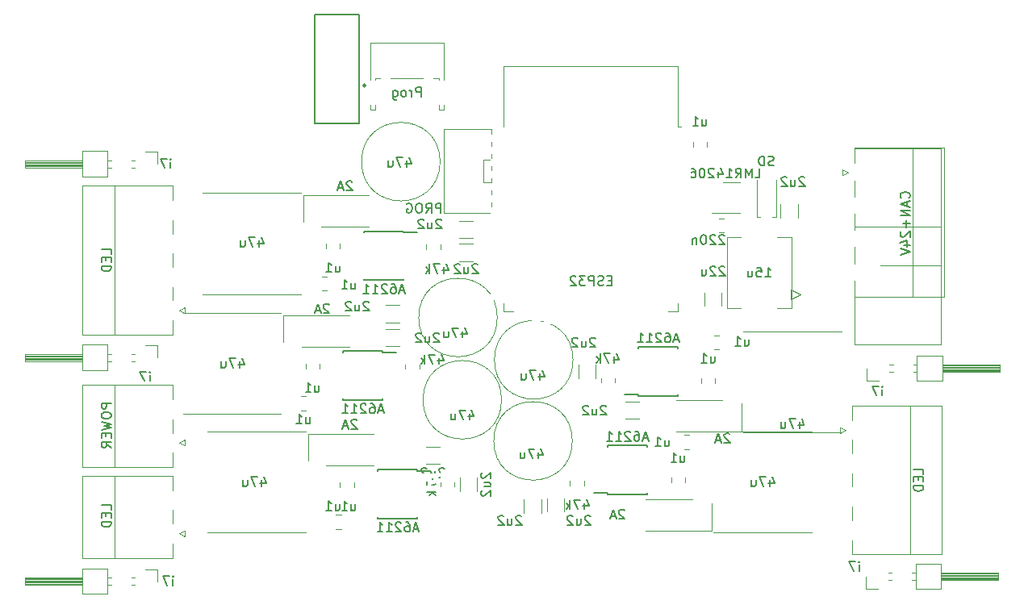
<source format=gbo>
G04 #@! TF.GenerationSoftware,KiCad,Pcbnew,(5.1.8)-1*
G04 #@! TF.CreationDate,2021-07-21T13:34:53+02:00*
G04 #@! TF.ProjectId,sensactHsLed,73656e73-6163-4744-9873-4c65642e6b69,rev?*
G04 #@! TF.SameCoordinates,Original*
G04 #@! TF.FileFunction,Legend,Bot*
G04 #@! TF.FilePolarity,Positive*
%FSLAX46Y46*%
G04 Gerber Fmt 4.6, Leading zero omitted, Abs format (unit mm)*
G04 Created by KiCad (PCBNEW (5.1.8)-1) date 2021-07-21 13:34:53*
%MOMM*%
%LPD*%
G01*
G04 APERTURE LIST*
%ADD10C,0.150000*%
%ADD11C,0.120000*%
%ADD12C,0.250000*%
%ADD13C,0.100000*%
%ADD14R,2.200000X0.600000*%
%ADD15O,3.600000X1.800000*%
%ADD16C,1.600000*%
%ADD17O,1.700000X1.700000*%
%ADD18R,1.700000X1.700000*%
%ADD19C,1.700000*%
%ADD20R,1.560000X0.650000*%
%ADD21R,1.200000X1.600000*%
%ADD22R,3.500000X1.800000*%
%ADD23R,4.400000X4.500000*%
%ADD24C,0.900000*%
%ADD25C,1.524000*%
%ADD26R,5.000000X5.000000*%
%ADD27O,1.000000X1.000000*%
%ADD28R,1.000000X1.000000*%
%ADD29C,0.700000*%
%ADD30C,2.100000*%
%ADD31C,1.750000*%
G04 APERTURE END LIST*
D10*
X159977000Y-144180000D02*
X159977000Y-144035000D01*
X164127000Y-144180000D02*
X164127000Y-144035000D01*
X164127000Y-139030000D02*
X164127000Y-139175000D01*
X159977000Y-139030000D02*
X159977000Y-139175000D01*
X159977000Y-144180000D02*
X164127000Y-144180000D01*
X159977000Y-139030000D02*
X164127000Y-139030000D01*
X159977000Y-144035000D02*
X158577000Y-144035000D01*
X163215500Y-133829500D02*
X163215500Y-133684500D01*
X167365500Y-133829500D02*
X167365500Y-133684500D01*
X167365500Y-128679500D02*
X167365500Y-128824500D01*
X163215500Y-128679500D02*
X163215500Y-128824500D01*
X163215500Y-133829500D02*
X167365500Y-133829500D01*
X163215500Y-128679500D02*
X167365500Y-128679500D01*
X163215500Y-133684500D02*
X161815500Y-133684500D01*
X140060500Y-141570000D02*
X140060500Y-141715000D01*
X135910500Y-141570000D02*
X135910500Y-141715000D01*
X135910500Y-146720000D02*
X135910500Y-146575000D01*
X140060500Y-146720000D02*
X140060500Y-146575000D01*
X140060500Y-141570000D02*
X135910500Y-141570000D01*
X140060500Y-146720000D02*
X135910500Y-146720000D01*
X140060500Y-141715000D02*
X141460500Y-141715000D01*
X136377500Y-129124000D02*
X136377500Y-129269000D01*
X132227500Y-129124000D02*
X132227500Y-129269000D01*
X132227500Y-134274000D02*
X132227500Y-134129000D01*
X136377500Y-134274000D02*
X136377500Y-134129000D01*
X136377500Y-129124000D02*
X132227500Y-129124000D01*
X136377500Y-134274000D02*
X132227500Y-134274000D01*
X136377500Y-129269000D02*
X137777500Y-129269000D01*
X138600000Y-116551000D02*
X138600000Y-116696000D01*
X134450000Y-116551000D02*
X134450000Y-116696000D01*
X134450000Y-121701000D02*
X134450000Y-121556000D01*
X138600000Y-121701000D02*
X138600000Y-121556000D01*
X138600000Y-116551000D02*
X134450000Y-116551000D01*
X138600000Y-121701000D02*
X134450000Y-121701000D01*
X138600000Y-116696000D02*
X140000000Y-116696000D01*
D11*
X179295000Y-117204000D02*
X177795000Y-117204000D01*
X179295000Y-124604000D02*
X177795000Y-124604000D01*
X179295000Y-117204000D02*
X179295000Y-124604000D01*
X172495000Y-124604000D02*
X173995000Y-124604000D01*
X172495000Y-117204000D02*
X173995000Y-117204000D01*
X172495000Y-124604000D02*
X172495000Y-117204000D01*
X185888000Y-107803000D02*
X195308000Y-107803000D01*
X195308000Y-107803000D02*
X195308000Y-123423000D01*
X195308000Y-123423000D02*
X185888000Y-123423000D01*
X185888000Y-107803000D02*
X185888000Y-109313000D01*
X185888000Y-123423000D02*
X185888000Y-121913000D01*
X185888000Y-111413000D02*
X185888000Y-112813000D01*
X185888000Y-114913000D02*
X185888000Y-116313000D01*
X185888000Y-118413000D02*
X185888000Y-119813000D01*
X191998000Y-107803000D02*
X191998000Y-123423000D01*
X184598000Y-110663000D02*
X185198000Y-110363000D01*
X185198000Y-110363000D02*
X184598000Y-110063000D01*
X184598000Y-110063000D02*
X184598000Y-110663000D01*
X148420000Y-125603000D02*
G75*
G03*
X148420000Y-125603000I-4120000J0D01*
G01*
X142423000Y-109248000D02*
G75*
G03*
X142423000Y-109248000I-4120000J0D01*
G01*
X187198000Y-132207000D02*
X188468000Y-132207000D01*
X187198000Y-130937000D02*
X187198000Y-132207000D01*
X189578000Y-130557000D02*
X189965071Y-130557000D01*
X189578000Y-131317000D02*
X189965071Y-131317000D01*
X192050929Y-130557000D02*
X192448000Y-130557000D01*
X192050929Y-131317000D02*
X192448000Y-131317000D01*
X195108000Y-130657000D02*
X201108000Y-130657000D01*
X195108000Y-130777000D02*
X201108000Y-130777000D01*
X195108000Y-130897000D02*
X201108000Y-130897000D01*
X195108000Y-131017000D02*
X201108000Y-131017000D01*
X195108000Y-131137000D02*
X201108000Y-131137000D01*
X195108000Y-131257000D02*
X201108000Y-131257000D01*
X201108000Y-130557000D02*
X195108000Y-130557000D01*
X201108000Y-131317000D02*
X201108000Y-130557000D01*
X195108000Y-131317000D02*
X201108000Y-131317000D01*
X195108000Y-132267000D02*
X192448000Y-132267000D01*
X195108000Y-129607000D02*
X195108000Y-132267000D01*
X192448000Y-129607000D02*
X195108000Y-129607000D01*
X192448000Y-132267000D02*
X192448000Y-129607000D01*
X115630000Y-139055000D02*
X115630000Y-138455000D01*
X115030000Y-138755000D02*
X115630000Y-139055000D01*
X115630000Y-138455000D02*
X115030000Y-138755000D01*
X108230000Y-141315000D02*
X108230000Y-132695000D01*
X114340000Y-137705000D02*
X114340000Y-136305000D01*
X114340000Y-132695000D02*
X114340000Y-134205000D01*
X114340000Y-141315000D02*
X114340000Y-139805000D01*
X104920000Y-132695000D02*
X114340000Y-132695000D01*
X104920000Y-141315000D02*
X104920000Y-132695000D01*
X114340000Y-141315000D02*
X104920000Y-141315000D01*
X115630000Y-148580000D02*
X115630000Y-147980000D01*
X115030000Y-148280000D02*
X115630000Y-148580000D01*
X115630000Y-147980000D02*
X115030000Y-148280000D01*
X108230000Y-150840000D02*
X108230000Y-142220000D01*
X114340000Y-147230000D02*
X114340000Y-145830000D01*
X114340000Y-142220000D02*
X114340000Y-143730000D01*
X114340000Y-150840000D02*
X114340000Y-149330000D01*
X104920000Y-142220000D02*
X114340000Y-142220000D01*
X104920000Y-150840000D02*
X104920000Y-142220000D01*
X114340000Y-150840000D02*
X104920000Y-150840000D01*
X179260000Y-122690000D02*
X180260000Y-123190000D01*
X179260000Y-123690000D02*
X179260000Y-122690000D01*
X180260000Y-123190000D02*
X179260000Y-123690000D01*
X185880000Y-107820000D02*
X185880000Y-128400000D01*
X195000000Y-107820000D02*
X185880000Y-107820000D01*
X195000000Y-128400000D02*
X195000000Y-107820000D01*
X185880000Y-128400000D02*
X195000000Y-128400000D01*
X185880000Y-116060000D02*
X195000000Y-116060000D01*
X185880000Y-120160000D02*
X195000000Y-120160000D01*
X172074000Y-111420000D02*
X173874000Y-111420000D01*
X173874000Y-114640000D02*
X170924000Y-114640000D01*
X177657000Y-115026000D02*
X177657000Y-111126000D01*
X175657000Y-115026000D02*
X175657000Y-111126000D01*
X177657000Y-115026000D02*
X175657000Y-115026000D01*
X171979000Y-124409252D02*
X171979000Y-122986748D01*
X170159000Y-124409252D02*
X170159000Y-122986748D01*
X172219252Y-115216000D02*
X171696748Y-115216000D01*
X172219252Y-116686000D02*
X171696748Y-116686000D01*
X178160000Y-113715748D02*
X178160000Y-115138252D01*
X179980000Y-113715748D02*
X179980000Y-115138252D01*
X170897000Y-144654000D02*
X170897000Y-147954000D01*
X170897000Y-147954000D02*
X163997000Y-147954000D01*
X170897000Y-144654000D02*
X163997000Y-144654000D01*
X174072000Y-134240000D02*
X174072000Y-137540000D01*
X174072000Y-137540000D02*
X167172000Y-137540000D01*
X174072000Y-134240000D02*
X167172000Y-134240000D01*
X128569000Y-141096000D02*
X128569000Y-137796000D01*
X128569000Y-137796000D02*
X135469000Y-137796000D01*
X128569000Y-141096000D02*
X135469000Y-141096000D01*
X125965500Y-128650000D02*
X125965500Y-125350000D01*
X125965500Y-125350000D02*
X132865500Y-125350000D01*
X125965500Y-128650000D02*
X132865500Y-128650000D01*
X128061000Y-116077000D02*
X128061000Y-112777000D01*
X128061000Y-112777000D02*
X134961000Y-112777000D01*
X128061000Y-116077000D02*
X134961000Y-116077000D01*
X187071000Y-154051000D02*
X188341000Y-154051000D01*
X187071000Y-152781000D02*
X187071000Y-154051000D01*
X189451000Y-152401000D02*
X189838071Y-152401000D01*
X189451000Y-153161000D02*
X189838071Y-153161000D01*
X191923929Y-152401000D02*
X192321000Y-152401000D01*
X191923929Y-153161000D02*
X192321000Y-153161000D01*
X194981000Y-152501000D02*
X200981000Y-152501000D01*
X194981000Y-152621000D02*
X200981000Y-152621000D01*
X194981000Y-152741000D02*
X200981000Y-152741000D01*
X194981000Y-152861000D02*
X200981000Y-152861000D01*
X194981000Y-152981000D02*
X200981000Y-152981000D01*
X194981000Y-153101000D02*
X200981000Y-153101000D01*
X200981000Y-152401000D02*
X194981000Y-152401000D01*
X200981000Y-153161000D02*
X200981000Y-152401000D01*
X194981000Y-153161000D02*
X200981000Y-153161000D01*
X194981000Y-154111000D02*
X192321000Y-154111000D01*
X194981000Y-151451000D02*
X194981000Y-154111000D01*
X192321000Y-151451000D02*
X194981000Y-151451000D01*
X192321000Y-154111000D02*
X192321000Y-151451000D01*
X112776000Y-152019000D02*
X111506000Y-152019000D01*
X112776000Y-153289000D02*
X112776000Y-152019000D01*
X110396000Y-153669000D02*
X110008929Y-153669000D01*
X110396000Y-152909000D02*
X110008929Y-152909000D01*
X107923071Y-153669000D02*
X107526000Y-153669000D01*
X107923071Y-152909000D02*
X107526000Y-152909000D01*
X104866000Y-153569000D02*
X98866000Y-153569000D01*
X104866000Y-153449000D02*
X98866000Y-153449000D01*
X104866000Y-153329000D02*
X98866000Y-153329000D01*
X104866000Y-153209000D02*
X98866000Y-153209000D01*
X104866000Y-153089000D02*
X98866000Y-153089000D01*
X104866000Y-152969000D02*
X98866000Y-152969000D01*
X98866000Y-153669000D02*
X104866000Y-153669000D01*
X98866000Y-152909000D02*
X98866000Y-153669000D01*
X104866000Y-152909000D02*
X98866000Y-152909000D01*
X104866000Y-151959000D02*
X107526000Y-151959000D01*
X104866000Y-154619000D02*
X104866000Y-151959000D01*
X107526000Y-154619000D02*
X104866000Y-154619000D01*
X107526000Y-151959000D02*
X107526000Y-154619000D01*
X112776000Y-128524000D02*
X111506000Y-128524000D01*
X112776000Y-129794000D02*
X112776000Y-128524000D01*
X110396000Y-130174000D02*
X110008929Y-130174000D01*
X110396000Y-129414000D02*
X110008929Y-129414000D01*
X107923071Y-130174000D02*
X107526000Y-130174000D01*
X107923071Y-129414000D02*
X107526000Y-129414000D01*
X104866000Y-130074000D02*
X98866000Y-130074000D01*
X104866000Y-129954000D02*
X98866000Y-129954000D01*
X104866000Y-129834000D02*
X98866000Y-129834000D01*
X104866000Y-129714000D02*
X98866000Y-129714000D01*
X104866000Y-129594000D02*
X98866000Y-129594000D01*
X104866000Y-129474000D02*
X98866000Y-129474000D01*
X98866000Y-130174000D02*
X104866000Y-130174000D01*
X98866000Y-129414000D02*
X98866000Y-130174000D01*
X104866000Y-129414000D02*
X98866000Y-129414000D01*
X104866000Y-128464000D02*
X107526000Y-128464000D01*
X104866000Y-131124000D02*
X104866000Y-128464000D01*
X107526000Y-131124000D02*
X104866000Y-131124000D01*
X107526000Y-128464000D02*
X107526000Y-131124000D01*
X112776000Y-108204000D02*
X111506000Y-108204000D01*
X112776000Y-109474000D02*
X112776000Y-108204000D01*
X110396000Y-109854000D02*
X110008929Y-109854000D01*
X110396000Y-109094000D02*
X110008929Y-109094000D01*
X107923071Y-109854000D02*
X107526000Y-109854000D01*
X107923071Y-109094000D02*
X107526000Y-109094000D01*
X104866000Y-109754000D02*
X98866000Y-109754000D01*
X104866000Y-109634000D02*
X98866000Y-109634000D01*
X104866000Y-109514000D02*
X98866000Y-109514000D01*
X104866000Y-109394000D02*
X98866000Y-109394000D01*
X104866000Y-109274000D02*
X98866000Y-109274000D01*
X104866000Y-109154000D02*
X98866000Y-109154000D01*
X98866000Y-109854000D02*
X104866000Y-109854000D01*
X98866000Y-109094000D02*
X98866000Y-109854000D01*
X104866000Y-109094000D02*
X98866000Y-109094000D01*
X104866000Y-108144000D02*
X107526000Y-108144000D01*
X104866000Y-110804000D02*
X104866000Y-108144000D01*
X107526000Y-110804000D02*
X104866000Y-110804000D01*
X107526000Y-108144000D02*
X107526000Y-110804000D01*
X184550200Y-137697500D02*
X174250200Y-137697500D01*
X184550200Y-127097500D02*
X174250200Y-127097500D01*
X118040000Y-137575000D02*
X128340000Y-137575000D01*
X118040000Y-148175000D02*
X128340000Y-148175000D01*
X181426000Y-148175000D02*
X171126000Y-148175000D01*
X181426000Y-137575000D02*
X171126000Y-137575000D01*
X115436500Y-125129000D02*
X125736500Y-125129000D01*
X115436500Y-135729000D02*
X125736500Y-135729000D01*
X117532000Y-112556000D02*
X127832000Y-112556000D01*
X117532000Y-123156000D02*
X127832000Y-123156000D01*
X156294000Y-138557000D02*
G75*
G03*
X156294000Y-138557000I-4120000J0D01*
G01*
X156365000Y-130048000D02*
G75*
G03*
X156365000Y-130048000I-4120000J0D01*
G01*
X148872000Y-134239000D02*
G75*
G03*
X148872000Y-134239000I-4120000J0D01*
G01*
X129767000Y-130421748D02*
X129767000Y-130944252D01*
X128297000Y-130421748D02*
X128297000Y-130944252D01*
X144449748Y-115447400D02*
X145872252Y-115447400D01*
X144449748Y-117267400D02*
X145872252Y-117267400D01*
X130563252Y-122782000D02*
X130040748Y-122782000D01*
X130563252Y-121312000D02*
X130040748Y-121312000D01*
X131926000Y-117848748D02*
X131926000Y-118371252D01*
X130456000Y-117848748D02*
X130456000Y-118371252D01*
X144449748Y-117860400D02*
X145872252Y-117860400D01*
X144449748Y-119680400D02*
X145872252Y-119680400D01*
X138125252Y-128608500D02*
X136702748Y-128608500D01*
X138125252Y-126788500D02*
X136702748Y-126788500D01*
X138125252Y-126132000D02*
X136702748Y-126132000D01*
X138125252Y-124312000D02*
X136702748Y-124312000D01*
X128340752Y-135355000D02*
X127818248Y-135355000D01*
X128340752Y-133885000D02*
X127818248Y-133885000D01*
X142379752Y-140991000D02*
X140957248Y-140991000D01*
X142379752Y-139171000D02*
X140957248Y-139171000D01*
X146325000Y-142417748D02*
X146325000Y-143840252D01*
X144505000Y-142417748D02*
X144505000Y-143840252D01*
X132023752Y-147801000D02*
X131501248Y-147801000D01*
X132023752Y-146331000D02*
X131501248Y-146331000D01*
X133386500Y-142867748D02*
X133386500Y-143390252D01*
X131916500Y-142867748D02*
X131916500Y-143390252D01*
X156951000Y-131965752D02*
X156951000Y-130543248D01*
X158771000Y-131965752D02*
X158771000Y-130543248D01*
X161878748Y-134431000D02*
X163301252Y-134431000D01*
X161878748Y-136251000D02*
X163301252Y-136251000D01*
X171188748Y-127471500D02*
X171711252Y-127471500D01*
X171188748Y-128941500D02*
X171711252Y-128941500D01*
X169826000Y-132468252D02*
X169826000Y-131945748D01*
X171296000Y-132468252D02*
X171296000Y-131945748D01*
X166651000Y-142882252D02*
X166651000Y-142359748D01*
X168121000Y-142882252D02*
X168121000Y-142359748D01*
X142457500Y-143356064D02*
X142457500Y-142901936D01*
X143927500Y-143356064D02*
X143927500Y-142901936D01*
X115630000Y-125141000D02*
X115630000Y-124541000D01*
X115030000Y-124841000D02*
X115630000Y-125141000D01*
X115630000Y-124541000D02*
X115030000Y-124841000D01*
X108230000Y-127401000D02*
X108230000Y-111781000D01*
X114340000Y-116791000D02*
X114340000Y-115391000D01*
X114340000Y-120291000D02*
X114340000Y-118891000D01*
X114340000Y-123791000D02*
X114340000Y-122391000D01*
X114340000Y-111781000D02*
X114340000Y-113291000D01*
X114340000Y-127401000D02*
X114340000Y-125891000D01*
X104920000Y-111781000D02*
X114340000Y-111781000D01*
X104920000Y-127401000D02*
X104920000Y-111781000D01*
X114340000Y-127401000D02*
X104920000Y-127401000D01*
X160755000Y-131979936D02*
X160755000Y-132434064D01*
X159285000Y-131979936D02*
X159285000Y-132434064D01*
X155469000Y-144576748D02*
X155469000Y-145999252D01*
X153649000Y-144576748D02*
X153649000Y-145999252D01*
X184344000Y-137114000D02*
X184344000Y-137714000D01*
X184944000Y-137414000D02*
X184344000Y-137114000D01*
X184344000Y-137714000D02*
X184944000Y-137414000D01*
X191744000Y-134854000D02*
X191744000Y-150474000D01*
X185634000Y-145464000D02*
X185634000Y-146864000D01*
X185634000Y-141964000D02*
X185634000Y-143364000D01*
X185634000Y-138464000D02*
X185634000Y-139864000D01*
X185634000Y-150474000D02*
X185634000Y-148964000D01*
X185634000Y-134854000D02*
X185634000Y-136364000D01*
X195054000Y-150474000D02*
X185634000Y-150474000D01*
X195054000Y-134854000D02*
X195054000Y-150474000D01*
X185634000Y-134854000D02*
X195054000Y-134854000D01*
X168013748Y-137949000D02*
X168536252Y-137949000D01*
X168013748Y-139419000D02*
X168536252Y-139419000D01*
X153056000Y-144665248D02*
X153056000Y-146087752D01*
X151236000Y-144665248D02*
X151236000Y-146087752D01*
X138774500Y-130973564D02*
X138774500Y-130519436D01*
X140244500Y-130973564D02*
X140244500Y-130519436D01*
X140971600Y-118400564D02*
X140971600Y-117946436D01*
X142441600Y-118400564D02*
X142441600Y-117946436D01*
X157516500Y-142774936D02*
X157516500Y-143229064D01*
X156046500Y-142774936D02*
X156046500Y-143229064D01*
D10*
X129239800Y-93829600D02*
X129239800Y-105230200D01*
X129239800Y-105230200D02*
X133960200Y-105230200D01*
X133960200Y-105230200D02*
X133960200Y-93829600D01*
X133960200Y-93829600D02*
X129239800Y-93829600D01*
D12*
X134614800Y-101246000D02*
G75*
G03*
X134614800Y-101246000I-125000J0D01*
G01*
D11*
X167345000Y-105610000D02*
X167725000Y-105610000D01*
X167345000Y-99190000D02*
X167345000Y-105610000D01*
X149105000Y-99190000D02*
X149105000Y-105610000D01*
X167345000Y-99190000D02*
X149105000Y-99190000D01*
X149105000Y-124935000D02*
X150105000Y-124935000D01*
X149105000Y-124155000D02*
X149105000Y-124935000D01*
X167345000Y-124935000D02*
X166345000Y-124935000D01*
X167345000Y-124155000D02*
X167345000Y-124935000D01*
X142788000Y-110236000D02*
X142788000Y-105836000D01*
X142788000Y-105836000D02*
X147788000Y-105836000D01*
X147788000Y-105836000D02*
X147788000Y-114636000D01*
X147788000Y-114636000D02*
X142788000Y-114636000D01*
X142788000Y-114636000D02*
X142788000Y-110236000D01*
X147788000Y-109036000D02*
X146988000Y-109036000D01*
X146988000Y-109036000D02*
X146988000Y-111436000D01*
X146988000Y-111436000D02*
X147788000Y-111436000D01*
X140650000Y-100470000D02*
X137250000Y-100470000D01*
X142290000Y-100470000D02*
X141750000Y-100470000D01*
X135090000Y-103300000D02*
X135090000Y-103810000D01*
X135610000Y-103810000D02*
X135090000Y-103810000D01*
X135610000Y-103300000D02*
X135610000Y-103810000D01*
X136150000Y-100470000D02*
X135610000Y-100470000D01*
X142810000Y-103300000D02*
X142810000Y-103810000D01*
X142290000Y-103300000D02*
X142290000Y-103810000D01*
X135610000Y-100470000D02*
X135610000Y-100700000D01*
X142810000Y-96800000D02*
X142810000Y-100700000D01*
X142810000Y-103810000D02*
X142290000Y-103810000D01*
X135090000Y-96800000D02*
X135090000Y-100700000D01*
X142810000Y-96800000D02*
X135090000Y-96800000D01*
X142290000Y-100470000D02*
X142290000Y-100700000D01*
X168937000Y-107703252D02*
X168937000Y-107180748D01*
X170407000Y-107703252D02*
X170407000Y-107180748D01*
D10*
X164194857Y-138271666D02*
X163718666Y-138271666D01*
X164290095Y-138557380D02*
X163956761Y-137557380D01*
X163623428Y-138557380D01*
X162861523Y-137557380D02*
X163052000Y-137557380D01*
X163147238Y-137605000D01*
X163194857Y-137652619D01*
X163290095Y-137795476D01*
X163337714Y-137985952D01*
X163337714Y-138366904D01*
X163290095Y-138462142D01*
X163242476Y-138509761D01*
X163147238Y-138557380D01*
X162956761Y-138557380D01*
X162861523Y-138509761D01*
X162813904Y-138462142D01*
X162766285Y-138366904D01*
X162766285Y-138128809D01*
X162813904Y-138033571D01*
X162861523Y-137985952D01*
X162956761Y-137938333D01*
X163147238Y-137938333D01*
X163242476Y-137985952D01*
X163290095Y-138033571D01*
X163337714Y-138128809D01*
X162385333Y-137652619D02*
X162337714Y-137605000D01*
X162242476Y-137557380D01*
X162004380Y-137557380D01*
X161909142Y-137605000D01*
X161861523Y-137652619D01*
X161813904Y-137747857D01*
X161813904Y-137843095D01*
X161861523Y-137985952D01*
X162432952Y-138557380D01*
X161813904Y-138557380D01*
X160861523Y-138557380D02*
X161432952Y-138557380D01*
X161147238Y-138557380D02*
X161147238Y-137557380D01*
X161242476Y-137700238D01*
X161337714Y-137795476D01*
X161432952Y-137843095D01*
X159909142Y-138557380D02*
X160480571Y-138557380D01*
X160194857Y-138557380D02*
X160194857Y-137557380D01*
X160290095Y-137700238D01*
X160385333Y-137795476D01*
X160480571Y-137843095D01*
X167433357Y-127921166D02*
X166957166Y-127921166D01*
X167528595Y-128206880D02*
X167195261Y-127206880D01*
X166861928Y-128206880D01*
X166100023Y-127206880D02*
X166290500Y-127206880D01*
X166385738Y-127254500D01*
X166433357Y-127302119D01*
X166528595Y-127444976D01*
X166576214Y-127635452D01*
X166576214Y-128016404D01*
X166528595Y-128111642D01*
X166480976Y-128159261D01*
X166385738Y-128206880D01*
X166195261Y-128206880D01*
X166100023Y-128159261D01*
X166052404Y-128111642D01*
X166004785Y-128016404D01*
X166004785Y-127778309D01*
X166052404Y-127683071D01*
X166100023Y-127635452D01*
X166195261Y-127587833D01*
X166385738Y-127587833D01*
X166480976Y-127635452D01*
X166528595Y-127683071D01*
X166576214Y-127778309D01*
X165623833Y-127302119D02*
X165576214Y-127254500D01*
X165480976Y-127206880D01*
X165242880Y-127206880D01*
X165147642Y-127254500D01*
X165100023Y-127302119D01*
X165052404Y-127397357D01*
X165052404Y-127492595D01*
X165100023Y-127635452D01*
X165671452Y-128206880D01*
X165052404Y-128206880D01*
X164100023Y-128206880D02*
X164671452Y-128206880D01*
X164385738Y-128206880D02*
X164385738Y-127206880D01*
X164480976Y-127349738D01*
X164576214Y-127444976D01*
X164671452Y-127492595D01*
X163147642Y-128206880D02*
X163719071Y-128206880D01*
X163433357Y-128206880D02*
X163433357Y-127206880D01*
X163528595Y-127349738D01*
X163623833Y-127444976D01*
X163719071Y-127492595D01*
X140128357Y-147811666D02*
X139652166Y-147811666D01*
X140223595Y-148097380D02*
X139890261Y-147097380D01*
X139556928Y-148097380D01*
X138795023Y-147097380D02*
X138985500Y-147097380D01*
X139080738Y-147145000D01*
X139128357Y-147192619D01*
X139223595Y-147335476D01*
X139271214Y-147525952D01*
X139271214Y-147906904D01*
X139223595Y-148002142D01*
X139175976Y-148049761D01*
X139080738Y-148097380D01*
X138890261Y-148097380D01*
X138795023Y-148049761D01*
X138747404Y-148002142D01*
X138699785Y-147906904D01*
X138699785Y-147668809D01*
X138747404Y-147573571D01*
X138795023Y-147525952D01*
X138890261Y-147478333D01*
X139080738Y-147478333D01*
X139175976Y-147525952D01*
X139223595Y-147573571D01*
X139271214Y-147668809D01*
X138318833Y-147192619D02*
X138271214Y-147145000D01*
X138175976Y-147097380D01*
X137937880Y-147097380D01*
X137842642Y-147145000D01*
X137795023Y-147192619D01*
X137747404Y-147287857D01*
X137747404Y-147383095D01*
X137795023Y-147525952D01*
X138366452Y-148097380D01*
X137747404Y-148097380D01*
X136795023Y-148097380D02*
X137366452Y-148097380D01*
X137080738Y-148097380D02*
X137080738Y-147097380D01*
X137175976Y-147240238D01*
X137271214Y-147335476D01*
X137366452Y-147383095D01*
X135842642Y-148097380D02*
X136414071Y-148097380D01*
X136128357Y-148097380D02*
X136128357Y-147097380D01*
X136223595Y-147240238D01*
X136318833Y-147335476D01*
X136414071Y-147383095D01*
X136445357Y-135365666D02*
X135969166Y-135365666D01*
X136540595Y-135651380D02*
X136207261Y-134651380D01*
X135873928Y-135651380D01*
X135112023Y-134651380D02*
X135302500Y-134651380D01*
X135397738Y-134699000D01*
X135445357Y-134746619D01*
X135540595Y-134889476D01*
X135588214Y-135079952D01*
X135588214Y-135460904D01*
X135540595Y-135556142D01*
X135492976Y-135603761D01*
X135397738Y-135651380D01*
X135207261Y-135651380D01*
X135112023Y-135603761D01*
X135064404Y-135556142D01*
X135016785Y-135460904D01*
X135016785Y-135222809D01*
X135064404Y-135127571D01*
X135112023Y-135079952D01*
X135207261Y-135032333D01*
X135397738Y-135032333D01*
X135492976Y-135079952D01*
X135540595Y-135127571D01*
X135588214Y-135222809D01*
X134635833Y-134746619D02*
X134588214Y-134699000D01*
X134492976Y-134651380D01*
X134254880Y-134651380D01*
X134159642Y-134699000D01*
X134112023Y-134746619D01*
X134064404Y-134841857D01*
X134064404Y-134937095D01*
X134112023Y-135079952D01*
X134683452Y-135651380D01*
X134064404Y-135651380D01*
X133112023Y-135651380D02*
X133683452Y-135651380D01*
X133397738Y-135651380D02*
X133397738Y-134651380D01*
X133492976Y-134794238D01*
X133588214Y-134889476D01*
X133683452Y-134937095D01*
X132159642Y-135651380D02*
X132731071Y-135651380D01*
X132445357Y-135651380D02*
X132445357Y-134651380D01*
X132540595Y-134794238D01*
X132635833Y-134889476D01*
X132731071Y-134937095D01*
X138667857Y-122792666D02*
X138191666Y-122792666D01*
X138763095Y-123078380D02*
X138429761Y-122078380D01*
X138096428Y-123078380D01*
X137334523Y-122078380D02*
X137525000Y-122078380D01*
X137620238Y-122126000D01*
X137667857Y-122173619D01*
X137763095Y-122316476D01*
X137810714Y-122506952D01*
X137810714Y-122887904D01*
X137763095Y-122983142D01*
X137715476Y-123030761D01*
X137620238Y-123078380D01*
X137429761Y-123078380D01*
X137334523Y-123030761D01*
X137286904Y-122983142D01*
X137239285Y-122887904D01*
X137239285Y-122649809D01*
X137286904Y-122554571D01*
X137334523Y-122506952D01*
X137429761Y-122459333D01*
X137620238Y-122459333D01*
X137715476Y-122506952D01*
X137763095Y-122554571D01*
X137810714Y-122649809D01*
X136858333Y-122173619D02*
X136810714Y-122126000D01*
X136715476Y-122078380D01*
X136477380Y-122078380D01*
X136382142Y-122126000D01*
X136334523Y-122173619D01*
X136286904Y-122268857D01*
X136286904Y-122364095D01*
X136334523Y-122506952D01*
X136905952Y-123078380D01*
X136286904Y-123078380D01*
X135334523Y-123078380D02*
X135905952Y-123078380D01*
X135620238Y-123078380D02*
X135620238Y-122078380D01*
X135715476Y-122221238D01*
X135810714Y-122316476D01*
X135905952Y-122364095D01*
X134382142Y-123078380D02*
X134953571Y-123078380D01*
X134667857Y-123078380D02*
X134667857Y-122078380D01*
X134763095Y-122221238D01*
X134858333Y-122316476D01*
X134953571Y-122364095D01*
X176537857Y-121356380D02*
X177109285Y-121356380D01*
X176823571Y-121356380D02*
X176823571Y-120356380D01*
X176918809Y-120499238D01*
X177014047Y-120594476D01*
X177109285Y-120642095D01*
X175633095Y-120356380D02*
X176109285Y-120356380D01*
X176156904Y-120832571D01*
X176109285Y-120784952D01*
X176014047Y-120737333D01*
X175775952Y-120737333D01*
X175680714Y-120784952D01*
X175633095Y-120832571D01*
X175585476Y-120927809D01*
X175585476Y-121165904D01*
X175633095Y-121261142D01*
X175680714Y-121308761D01*
X175775952Y-121356380D01*
X176014047Y-121356380D01*
X176109285Y-121308761D01*
X176156904Y-121261142D01*
X174728333Y-120689714D02*
X174728333Y-121356380D01*
X175156904Y-120689714D02*
X175156904Y-121213523D01*
X175109285Y-121308761D01*
X175014047Y-121356380D01*
X174871190Y-121356380D01*
X174775952Y-121308761D01*
X174728333Y-121261142D01*
X191619142Y-113054142D02*
X191666761Y-113006523D01*
X191714380Y-112863666D01*
X191714380Y-112768428D01*
X191666761Y-112625571D01*
X191571523Y-112530333D01*
X191476285Y-112482714D01*
X191285809Y-112435095D01*
X191142952Y-112435095D01*
X190952476Y-112482714D01*
X190857238Y-112530333D01*
X190762000Y-112625571D01*
X190714380Y-112768428D01*
X190714380Y-112863666D01*
X190762000Y-113006523D01*
X190809619Y-113054142D01*
X191428666Y-113435095D02*
X191428666Y-113911285D01*
X191714380Y-113339857D02*
X190714380Y-113673190D01*
X191714380Y-114006523D01*
X191714380Y-114339857D02*
X190714380Y-114339857D01*
X191714380Y-114911285D01*
X190714380Y-114911285D01*
X191333428Y-115387476D02*
X191333428Y-116149380D01*
X191714380Y-115768428D02*
X190952476Y-115768428D01*
X190809619Y-116577952D02*
X190762000Y-116625571D01*
X190714380Y-116720809D01*
X190714380Y-116958904D01*
X190762000Y-117054142D01*
X190809619Y-117101761D01*
X190904857Y-117149380D01*
X191000095Y-117149380D01*
X191142952Y-117101761D01*
X191714380Y-116530333D01*
X191714380Y-117149380D01*
X191047714Y-118006523D02*
X191714380Y-118006523D01*
X190666761Y-117768428D02*
X191381047Y-117530333D01*
X191381047Y-118149380D01*
X190714380Y-118387476D02*
X191714380Y-118720809D01*
X190714380Y-119054142D01*
X144756095Y-127039714D02*
X144756095Y-127706380D01*
X144994190Y-126658761D02*
X145232285Y-127373047D01*
X144613238Y-127373047D01*
X144327523Y-126706380D02*
X143660857Y-126706380D01*
X144089428Y-127706380D01*
X142851333Y-127039714D02*
X142851333Y-127706380D01*
X143279904Y-127039714D02*
X143279904Y-127563523D01*
X143232285Y-127658761D01*
X143137047Y-127706380D01*
X142994190Y-127706380D01*
X142898952Y-127658761D01*
X142851333Y-127611142D01*
X138914095Y-109132714D02*
X138914095Y-109799380D01*
X139152190Y-108751761D02*
X139390285Y-109466047D01*
X138771238Y-109466047D01*
X138485523Y-108799380D02*
X137818857Y-108799380D01*
X138247428Y-109799380D01*
X137009333Y-109132714D02*
X137009333Y-109799380D01*
X137437904Y-109132714D02*
X137437904Y-109656523D01*
X137390285Y-109751761D01*
X137295047Y-109799380D01*
X137152190Y-109799380D01*
X137056952Y-109751761D01*
X137009333Y-109704142D01*
X188817190Y-133802380D02*
X188817190Y-133135714D01*
X188817190Y-132802380D02*
X188864809Y-132850000D01*
X188817190Y-132897619D01*
X188769571Y-132850000D01*
X188817190Y-132802380D01*
X188817190Y-132897619D01*
X188436238Y-132802380D02*
X187769571Y-132802380D01*
X188198142Y-133802380D01*
X107894380Y-134596476D02*
X106894380Y-134596476D01*
X106894380Y-134977428D01*
X106942000Y-135072666D01*
X106989619Y-135120285D01*
X107084857Y-135167904D01*
X107227714Y-135167904D01*
X107322952Y-135120285D01*
X107370571Y-135072666D01*
X107418190Y-134977428D01*
X107418190Y-134596476D01*
X106894380Y-135786952D02*
X106894380Y-135977428D01*
X106942000Y-136072666D01*
X107037238Y-136167904D01*
X107227714Y-136215523D01*
X107561047Y-136215523D01*
X107751523Y-136167904D01*
X107846761Y-136072666D01*
X107894380Y-135977428D01*
X107894380Y-135786952D01*
X107846761Y-135691714D01*
X107751523Y-135596476D01*
X107561047Y-135548857D01*
X107227714Y-135548857D01*
X107037238Y-135596476D01*
X106942000Y-135691714D01*
X106894380Y-135786952D01*
X106894380Y-136548857D02*
X107894380Y-136786952D01*
X107180095Y-136977428D01*
X107894380Y-137167904D01*
X106894380Y-137406000D01*
X107370571Y-137786952D02*
X107370571Y-138120285D01*
X107894380Y-138263142D02*
X107894380Y-137786952D01*
X106894380Y-137786952D01*
X106894380Y-138263142D01*
X107894380Y-139263142D02*
X107418190Y-138929809D01*
X107894380Y-138691714D02*
X106894380Y-138691714D01*
X106894380Y-139072666D01*
X106942000Y-139167904D01*
X106989619Y-139215523D01*
X107084857Y-139263142D01*
X107227714Y-139263142D01*
X107322952Y-139215523D01*
X107370571Y-139167904D01*
X107418190Y-139072666D01*
X107418190Y-138691714D01*
X107894380Y-145788142D02*
X107894380Y-145311952D01*
X106894380Y-145311952D01*
X107370571Y-146121476D02*
X107370571Y-146454809D01*
X107894380Y-146597666D02*
X107894380Y-146121476D01*
X106894380Y-146121476D01*
X106894380Y-146597666D01*
X107894380Y-147026238D02*
X106894380Y-147026238D01*
X106894380Y-147264333D01*
X106942000Y-147407190D01*
X107037238Y-147502428D01*
X107132476Y-147550047D01*
X107322952Y-147597666D01*
X107465809Y-147597666D01*
X107656285Y-147550047D01*
X107751523Y-147502428D01*
X107846761Y-147407190D01*
X107894380Y-147264333D01*
X107894380Y-147026238D01*
X175481857Y-110942380D02*
X175958047Y-110942380D01*
X175958047Y-109942380D01*
X175148523Y-110942380D02*
X175148523Y-109942380D01*
X174815190Y-110656666D01*
X174481857Y-109942380D01*
X174481857Y-110942380D01*
X173434238Y-110942380D02*
X173767571Y-110466190D01*
X174005666Y-110942380D02*
X174005666Y-109942380D01*
X173624714Y-109942380D01*
X173529476Y-109990000D01*
X173481857Y-110037619D01*
X173434238Y-110132857D01*
X173434238Y-110275714D01*
X173481857Y-110370952D01*
X173529476Y-110418571D01*
X173624714Y-110466190D01*
X174005666Y-110466190D01*
X172481857Y-110942380D02*
X173053285Y-110942380D01*
X172767571Y-110942380D02*
X172767571Y-109942380D01*
X172862809Y-110085238D01*
X172958047Y-110180476D01*
X173053285Y-110228095D01*
X171624714Y-110275714D02*
X171624714Y-110942380D01*
X171862809Y-109894761D02*
X172100904Y-110609047D01*
X171481857Y-110609047D01*
X171148523Y-110037619D02*
X171100904Y-109990000D01*
X171005666Y-109942380D01*
X170767571Y-109942380D01*
X170672333Y-109990000D01*
X170624714Y-110037619D01*
X170577095Y-110132857D01*
X170577095Y-110228095D01*
X170624714Y-110370952D01*
X171196142Y-110942380D01*
X170577095Y-110942380D01*
X169958047Y-109942380D02*
X169862809Y-109942380D01*
X169767571Y-109990000D01*
X169719952Y-110037619D01*
X169672333Y-110132857D01*
X169624714Y-110323333D01*
X169624714Y-110561428D01*
X169672333Y-110751904D01*
X169719952Y-110847142D01*
X169767571Y-110894761D01*
X169862809Y-110942380D01*
X169958047Y-110942380D01*
X170053285Y-110894761D01*
X170100904Y-110847142D01*
X170148523Y-110751904D01*
X170196142Y-110561428D01*
X170196142Y-110323333D01*
X170148523Y-110132857D01*
X170100904Y-110037619D01*
X170053285Y-109990000D01*
X169958047Y-109942380D01*
X168767571Y-109942380D02*
X168958047Y-109942380D01*
X169053285Y-109990000D01*
X169100904Y-110037619D01*
X169196142Y-110180476D01*
X169243761Y-110370952D01*
X169243761Y-110751904D01*
X169196142Y-110847142D01*
X169148523Y-110894761D01*
X169053285Y-110942380D01*
X168862809Y-110942380D01*
X168767571Y-110894761D01*
X168719952Y-110847142D01*
X168672333Y-110751904D01*
X168672333Y-110513809D01*
X168719952Y-110418571D01*
X168767571Y-110370952D01*
X168862809Y-110323333D01*
X169053285Y-110323333D01*
X169148523Y-110370952D01*
X169196142Y-110418571D01*
X169243761Y-110513809D01*
X177442714Y-109624761D02*
X177299857Y-109672380D01*
X177061761Y-109672380D01*
X176966523Y-109624761D01*
X176918904Y-109577142D01*
X176871285Y-109481904D01*
X176871285Y-109386666D01*
X176918904Y-109291428D01*
X176966523Y-109243809D01*
X177061761Y-109196190D01*
X177252238Y-109148571D01*
X177347476Y-109100952D01*
X177395095Y-109053333D01*
X177442714Y-108958095D01*
X177442714Y-108862857D01*
X177395095Y-108767619D01*
X177347476Y-108720000D01*
X177252238Y-108672380D01*
X177014142Y-108672380D01*
X176871285Y-108720000D01*
X176442714Y-109672380D02*
X176442714Y-108672380D01*
X176204619Y-108672380D01*
X176061761Y-108720000D01*
X175966523Y-108815238D01*
X175918904Y-108910476D01*
X175871285Y-109100952D01*
X175871285Y-109243809D01*
X175918904Y-109434285D01*
X175966523Y-109529523D01*
X176061761Y-109624761D01*
X176204619Y-109672380D01*
X176442714Y-109672380D01*
X172283285Y-120324619D02*
X172235666Y-120277000D01*
X172140428Y-120229380D01*
X171902333Y-120229380D01*
X171807095Y-120277000D01*
X171759476Y-120324619D01*
X171711857Y-120419857D01*
X171711857Y-120515095D01*
X171759476Y-120657952D01*
X172330904Y-121229380D01*
X171711857Y-121229380D01*
X171330904Y-120324619D02*
X171283285Y-120277000D01*
X171188047Y-120229380D01*
X170949952Y-120229380D01*
X170854714Y-120277000D01*
X170807095Y-120324619D01*
X170759476Y-120419857D01*
X170759476Y-120515095D01*
X170807095Y-120657952D01*
X171378523Y-121229380D01*
X170759476Y-121229380D01*
X169902333Y-120562714D02*
X169902333Y-121229380D01*
X170330904Y-120562714D02*
X170330904Y-121086523D01*
X170283285Y-121181761D01*
X170188047Y-121229380D01*
X170045190Y-121229380D01*
X169949952Y-121181761D01*
X169902333Y-121134142D01*
X172251476Y-117022619D02*
X172203857Y-116975000D01*
X172108619Y-116927380D01*
X171870523Y-116927380D01*
X171775285Y-116975000D01*
X171727666Y-117022619D01*
X171680047Y-117117857D01*
X171680047Y-117213095D01*
X171727666Y-117355952D01*
X172299095Y-117927380D01*
X171680047Y-117927380D01*
X171299095Y-117022619D02*
X171251476Y-116975000D01*
X171156238Y-116927380D01*
X170918142Y-116927380D01*
X170822904Y-116975000D01*
X170775285Y-117022619D01*
X170727666Y-117117857D01*
X170727666Y-117213095D01*
X170775285Y-117355952D01*
X171346714Y-117927380D01*
X170727666Y-117927380D01*
X170108619Y-116927380D02*
X170013380Y-116927380D01*
X169918142Y-116975000D01*
X169870523Y-117022619D01*
X169822904Y-117117857D01*
X169775285Y-117308333D01*
X169775285Y-117546428D01*
X169822904Y-117736904D01*
X169870523Y-117832142D01*
X169918142Y-117879761D01*
X170013380Y-117927380D01*
X170108619Y-117927380D01*
X170203857Y-117879761D01*
X170251476Y-117832142D01*
X170299095Y-117736904D01*
X170346714Y-117546428D01*
X170346714Y-117308333D01*
X170299095Y-117117857D01*
X170251476Y-117022619D01*
X170203857Y-116975000D01*
X170108619Y-116927380D01*
X169346714Y-117260714D02*
X169346714Y-117927380D01*
X169346714Y-117355952D02*
X169299095Y-117308333D01*
X169203857Y-117260714D01*
X169061000Y-117260714D01*
X168965761Y-117308333D01*
X168918142Y-117403571D01*
X168918142Y-117927380D01*
X180665285Y-110926619D02*
X180617666Y-110879000D01*
X180522428Y-110831380D01*
X180284333Y-110831380D01*
X180189095Y-110879000D01*
X180141476Y-110926619D01*
X180093857Y-111021857D01*
X180093857Y-111117095D01*
X180141476Y-111259952D01*
X180712904Y-111831380D01*
X180093857Y-111831380D01*
X179236714Y-111164714D02*
X179236714Y-111831380D01*
X179665285Y-111164714D02*
X179665285Y-111688523D01*
X179617666Y-111783761D01*
X179522428Y-111831380D01*
X179379571Y-111831380D01*
X179284333Y-111783761D01*
X179236714Y-111736142D01*
X178808142Y-110926619D02*
X178760523Y-110879000D01*
X178665285Y-110831380D01*
X178427190Y-110831380D01*
X178331952Y-110879000D01*
X178284333Y-110926619D01*
X178236714Y-111021857D01*
X178236714Y-111117095D01*
X178284333Y-111259952D01*
X178855761Y-111831380D01*
X178236714Y-111831380D01*
X161750285Y-145851619D02*
X161702666Y-145804000D01*
X161607428Y-145756380D01*
X161369333Y-145756380D01*
X161274095Y-145804000D01*
X161226476Y-145851619D01*
X161178857Y-145946857D01*
X161178857Y-146042095D01*
X161226476Y-146184952D01*
X161797904Y-146756380D01*
X161178857Y-146756380D01*
X160797904Y-146470666D02*
X160321714Y-146470666D01*
X160893142Y-146756380D02*
X160559809Y-145756380D01*
X160226476Y-146756380D01*
X172799285Y-137850619D02*
X172751666Y-137803000D01*
X172656428Y-137755380D01*
X172418333Y-137755380D01*
X172323095Y-137803000D01*
X172275476Y-137850619D01*
X172227857Y-137945857D01*
X172227857Y-138041095D01*
X172275476Y-138183952D01*
X172846904Y-138755380D01*
X172227857Y-138755380D01*
X171846904Y-138469666D02*
X171370714Y-138469666D01*
X171942142Y-138755380D02*
X171608809Y-137755380D01*
X171275476Y-138755380D01*
X133683285Y-136393619D02*
X133635666Y-136346000D01*
X133540428Y-136298380D01*
X133302333Y-136298380D01*
X133207095Y-136346000D01*
X133159476Y-136393619D01*
X133111857Y-136488857D01*
X133111857Y-136584095D01*
X133159476Y-136726952D01*
X133730904Y-137298380D01*
X133111857Y-137298380D01*
X132730904Y-137012666D02*
X132254714Y-137012666D01*
X132826142Y-137298380D02*
X132492809Y-136298380D01*
X132159476Y-137298380D01*
X130762285Y-124261619D02*
X130714666Y-124214000D01*
X130619428Y-124166380D01*
X130381333Y-124166380D01*
X130286095Y-124214000D01*
X130238476Y-124261619D01*
X130190857Y-124356857D01*
X130190857Y-124452095D01*
X130238476Y-124594952D01*
X130809904Y-125166380D01*
X130190857Y-125166380D01*
X129809904Y-124880666D02*
X129333714Y-124880666D01*
X129905142Y-125166380D02*
X129571809Y-124166380D01*
X129238476Y-125166380D01*
X133175285Y-111374619D02*
X133127666Y-111327000D01*
X133032428Y-111279380D01*
X132794333Y-111279380D01*
X132699095Y-111327000D01*
X132651476Y-111374619D01*
X132603857Y-111469857D01*
X132603857Y-111565095D01*
X132651476Y-111707952D01*
X133222904Y-112279380D01*
X132603857Y-112279380D01*
X132222904Y-111993666D02*
X131746714Y-111993666D01*
X132318142Y-112279380D02*
X131984809Y-111279380D01*
X131651476Y-112279380D01*
X186404190Y-152217380D02*
X186404190Y-151550714D01*
X186404190Y-151217380D02*
X186451809Y-151265000D01*
X186404190Y-151312619D01*
X186356571Y-151265000D01*
X186404190Y-151217380D01*
X186404190Y-151312619D01*
X186023238Y-151217380D02*
X185356571Y-151217380D01*
X185785142Y-152217380D01*
X114395190Y-153741380D02*
X114395190Y-153074714D01*
X114395190Y-152741380D02*
X114442809Y-152789000D01*
X114395190Y-152836619D01*
X114347571Y-152789000D01*
X114395190Y-152741380D01*
X114395190Y-152836619D01*
X114014238Y-152741380D02*
X113347571Y-152741380D01*
X113776142Y-153741380D01*
X111982190Y-132278380D02*
X111982190Y-131611714D01*
X111982190Y-131278380D02*
X112029809Y-131326000D01*
X111982190Y-131373619D01*
X111934571Y-131326000D01*
X111982190Y-131278380D01*
X111982190Y-131373619D01*
X111601238Y-131278380D02*
X110934571Y-131278380D01*
X111363142Y-132278380D01*
X114141190Y-109926380D02*
X114141190Y-109259714D01*
X114141190Y-108926380D02*
X114188809Y-108974000D01*
X114141190Y-109021619D01*
X114093571Y-108974000D01*
X114141190Y-108926380D01*
X114141190Y-109021619D01*
X113760238Y-108926380D02*
X113093571Y-108926380D01*
X113522142Y-109926380D01*
X180138295Y-136564714D02*
X180138295Y-137231380D01*
X180376390Y-136183761D02*
X180614485Y-136898047D01*
X179995438Y-136898047D01*
X179709723Y-136231380D02*
X179043057Y-136231380D01*
X179471628Y-137231380D01*
X178233533Y-136564714D02*
X178233533Y-137231380D01*
X178662104Y-136564714D02*
X178662104Y-137088523D01*
X178614485Y-137183761D01*
X178519247Y-137231380D01*
X178376390Y-137231380D01*
X178281152Y-137183761D01*
X178233533Y-137136142D01*
X123674095Y-142660714D02*
X123674095Y-143327380D01*
X123912190Y-142279761D02*
X124150285Y-142994047D01*
X123531238Y-142994047D01*
X123245523Y-142327380D02*
X122578857Y-142327380D01*
X123007428Y-143327380D01*
X121769333Y-142660714D02*
X121769333Y-143327380D01*
X122197904Y-142660714D02*
X122197904Y-143184523D01*
X122150285Y-143279761D01*
X122055047Y-143327380D01*
X121912190Y-143327380D01*
X121816952Y-143279761D01*
X121769333Y-143232142D01*
X177014095Y-142660714D02*
X177014095Y-143327380D01*
X177252190Y-142279761D02*
X177490285Y-142994047D01*
X176871238Y-142994047D01*
X176585523Y-142327380D02*
X175918857Y-142327380D01*
X176347428Y-143327380D01*
X175109333Y-142660714D02*
X175109333Y-143327380D01*
X175537904Y-142660714D02*
X175537904Y-143184523D01*
X175490285Y-143279761D01*
X175395047Y-143327380D01*
X175252190Y-143327380D01*
X175156952Y-143279761D01*
X175109333Y-143232142D01*
X121388095Y-130214714D02*
X121388095Y-130881380D01*
X121626190Y-129833761D02*
X121864285Y-130548047D01*
X121245238Y-130548047D01*
X120959523Y-129881380D02*
X120292857Y-129881380D01*
X120721428Y-130881380D01*
X119483333Y-130214714D02*
X119483333Y-130881380D01*
X119911904Y-130214714D02*
X119911904Y-130738523D01*
X119864285Y-130833761D01*
X119769047Y-130881380D01*
X119626190Y-130881380D01*
X119530952Y-130833761D01*
X119483333Y-130786142D01*
X123420095Y-117514714D02*
X123420095Y-118181380D01*
X123658190Y-117133761D02*
X123896285Y-117848047D01*
X123277238Y-117848047D01*
X122991523Y-117181380D02*
X122324857Y-117181380D01*
X122753428Y-118181380D01*
X121515333Y-117514714D02*
X121515333Y-118181380D01*
X121943904Y-117514714D02*
X121943904Y-118038523D01*
X121896285Y-118133761D01*
X121801047Y-118181380D01*
X121658190Y-118181380D01*
X121562952Y-118133761D01*
X121515333Y-118086142D01*
X152757095Y-139739714D02*
X152757095Y-140406380D01*
X152995190Y-139358761D02*
X153233285Y-140073047D01*
X152614238Y-140073047D01*
X152328523Y-139406380D02*
X151661857Y-139406380D01*
X152090428Y-140406380D01*
X150852333Y-139739714D02*
X150852333Y-140406380D01*
X151280904Y-139739714D02*
X151280904Y-140263523D01*
X151233285Y-140358761D01*
X151138047Y-140406380D01*
X150995190Y-140406380D01*
X150899952Y-140358761D01*
X150852333Y-140311142D01*
X152884095Y-131484714D02*
X152884095Y-132151380D01*
X153122190Y-131103761D02*
X153360285Y-131818047D01*
X152741238Y-131818047D01*
X152455523Y-131151380D02*
X151788857Y-131151380D01*
X152217428Y-132151380D01*
X150979333Y-131484714D02*
X150979333Y-132151380D01*
X151407904Y-131484714D02*
X151407904Y-132008523D01*
X151360285Y-132103761D01*
X151265047Y-132151380D01*
X151122190Y-132151380D01*
X151026952Y-132103761D01*
X150979333Y-132056142D01*
X145490095Y-135675714D02*
X145490095Y-136342380D01*
X145728190Y-135294761D02*
X145966285Y-136009047D01*
X145347238Y-136009047D01*
X145061523Y-135342380D02*
X144394857Y-135342380D01*
X144823428Y-136342380D01*
X143585333Y-135675714D02*
X143585333Y-136342380D01*
X144013904Y-135675714D02*
X144013904Y-136199523D01*
X143966285Y-136294761D01*
X143871047Y-136342380D01*
X143728190Y-136342380D01*
X143632952Y-136294761D01*
X143585333Y-136247142D01*
X129293904Y-132754714D02*
X129293904Y-133421380D01*
X129722476Y-132754714D02*
X129722476Y-133278523D01*
X129674857Y-133373761D01*
X129579619Y-133421380D01*
X129436761Y-133421380D01*
X129341523Y-133373761D01*
X129293904Y-133326142D01*
X128293904Y-133421380D02*
X128865333Y-133421380D01*
X128579619Y-133421380D02*
X128579619Y-132421380D01*
X128674857Y-132564238D01*
X128770095Y-132659476D01*
X128865333Y-132707095D01*
X142565285Y-115371619D02*
X142517666Y-115324000D01*
X142422428Y-115276380D01*
X142184333Y-115276380D01*
X142089095Y-115324000D01*
X142041476Y-115371619D01*
X141993857Y-115466857D01*
X141993857Y-115562095D01*
X142041476Y-115704952D01*
X142612904Y-116276380D01*
X141993857Y-116276380D01*
X141136714Y-115609714D02*
X141136714Y-116276380D01*
X141565285Y-115609714D02*
X141565285Y-116133523D01*
X141517666Y-116228761D01*
X141422428Y-116276380D01*
X141279571Y-116276380D01*
X141184333Y-116228761D01*
X141136714Y-116181142D01*
X140708142Y-115371619D02*
X140660523Y-115324000D01*
X140565285Y-115276380D01*
X140327190Y-115276380D01*
X140231952Y-115324000D01*
X140184333Y-115371619D01*
X140136714Y-115466857D01*
X140136714Y-115562095D01*
X140184333Y-115704952D01*
X140755761Y-116276380D01*
X140136714Y-116276380D01*
X133103904Y-121959714D02*
X133103904Y-122626380D01*
X133532476Y-121959714D02*
X133532476Y-122483523D01*
X133484857Y-122578761D01*
X133389619Y-122626380D01*
X133246761Y-122626380D01*
X133151523Y-122578761D01*
X133103904Y-122531142D01*
X132103904Y-122626380D02*
X132675333Y-122626380D01*
X132389619Y-122626380D02*
X132389619Y-121626380D01*
X132484857Y-121769238D01*
X132580095Y-121864476D01*
X132675333Y-121912095D01*
X131452904Y-120181714D02*
X131452904Y-120848380D01*
X131881476Y-120181714D02*
X131881476Y-120705523D01*
X131833857Y-120800761D01*
X131738619Y-120848380D01*
X131595761Y-120848380D01*
X131500523Y-120800761D01*
X131452904Y-120753142D01*
X130452904Y-120848380D02*
X131024333Y-120848380D01*
X130738619Y-120848380D02*
X130738619Y-119848380D01*
X130833857Y-119991238D01*
X130929095Y-120086476D01*
X131024333Y-120134095D01*
X146375285Y-120070619D02*
X146327666Y-120023000D01*
X146232428Y-119975380D01*
X145994333Y-119975380D01*
X145899095Y-120023000D01*
X145851476Y-120070619D01*
X145803857Y-120165857D01*
X145803857Y-120261095D01*
X145851476Y-120403952D01*
X146422904Y-120975380D01*
X145803857Y-120975380D01*
X144946714Y-120308714D02*
X144946714Y-120975380D01*
X145375285Y-120308714D02*
X145375285Y-120832523D01*
X145327666Y-120927761D01*
X145232428Y-120975380D01*
X145089571Y-120975380D01*
X144994333Y-120927761D01*
X144946714Y-120880142D01*
X144518142Y-120070619D02*
X144470523Y-120023000D01*
X144375285Y-119975380D01*
X144137190Y-119975380D01*
X144041952Y-120023000D01*
X143994333Y-120070619D01*
X143946714Y-120165857D01*
X143946714Y-120261095D01*
X143994333Y-120403952D01*
X144565761Y-120975380D01*
X143946714Y-120975380D01*
X142311285Y-127309619D02*
X142263666Y-127262000D01*
X142168428Y-127214380D01*
X141930333Y-127214380D01*
X141835095Y-127262000D01*
X141787476Y-127309619D01*
X141739857Y-127404857D01*
X141739857Y-127500095D01*
X141787476Y-127642952D01*
X142358904Y-128214380D01*
X141739857Y-128214380D01*
X140882714Y-127547714D02*
X140882714Y-128214380D01*
X141311285Y-127547714D02*
X141311285Y-128071523D01*
X141263666Y-128166761D01*
X141168428Y-128214380D01*
X141025571Y-128214380D01*
X140930333Y-128166761D01*
X140882714Y-128119142D01*
X140454142Y-127309619D02*
X140406523Y-127262000D01*
X140311285Y-127214380D01*
X140073190Y-127214380D01*
X139977952Y-127262000D01*
X139930333Y-127309619D01*
X139882714Y-127404857D01*
X139882714Y-127500095D01*
X139930333Y-127642952D01*
X140501761Y-128214380D01*
X139882714Y-128214380D01*
X134945285Y-124007619D02*
X134897666Y-123960000D01*
X134802428Y-123912380D01*
X134564333Y-123912380D01*
X134469095Y-123960000D01*
X134421476Y-124007619D01*
X134373857Y-124102857D01*
X134373857Y-124198095D01*
X134421476Y-124340952D01*
X134992904Y-124912380D01*
X134373857Y-124912380D01*
X133516714Y-124245714D02*
X133516714Y-124912380D01*
X133945285Y-124245714D02*
X133945285Y-124769523D01*
X133897666Y-124864761D01*
X133802428Y-124912380D01*
X133659571Y-124912380D01*
X133564333Y-124864761D01*
X133516714Y-124817142D01*
X133088142Y-124007619D02*
X133040523Y-123960000D01*
X132945285Y-123912380D01*
X132707190Y-123912380D01*
X132611952Y-123960000D01*
X132564333Y-124007619D01*
X132516714Y-124102857D01*
X132516714Y-124198095D01*
X132564333Y-124340952D01*
X133135761Y-124912380D01*
X132516714Y-124912380D01*
X128341404Y-136085714D02*
X128341404Y-136752380D01*
X128769976Y-136085714D02*
X128769976Y-136609523D01*
X128722357Y-136704761D01*
X128627119Y-136752380D01*
X128484261Y-136752380D01*
X128389023Y-136704761D01*
X128341404Y-136657142D01*
X127341404Y-136752380D02*
X127912833Y-136752380D01*
X127627119Y-136752380D02*
X127627119Y-135752380D01*
X127722357Y-135895238D01*
X127817595Y-135990476D01*
X127912833Y-136038095D01*
X142882785Y-141478619D02*
X142835166Y-141431000D01*
X142739928Y-141383380D01*
X142501833Y-141383380D01*
X142406595Y-141431000D01*
X142358976Y-141478619D01*
X142311357Y-141573857D01*
X142311357Y-141669095D01*
X142358976Y-141811952D01*
X142930404Y-142383380D01*
X142311357Y-142383380D01*
X141454214Y-141716714D02*
X141454214Y-142383380D01*
X141882785Y-141716714D02*
X141882785Y-142240523D01*
X141835166Y-142335761D01*
X141739928Y-142383380D01*
X141597071Y-142383380D01*
X141501833Y-142335761D01*
X141454214Y-142288142D01*
X141025642Y-141478619D02*
X140978023Y-141431000D01*
X140882785Y-141383380D01*
X140644690Y-141383380D01*
X140549452Y-141431000D01*
X140501833Y-141478619D01*
X140454214Y-141573857D01*
X140454214Y-141669095D01*
X140501833Y-141811952D01*
X141073261Y-142383380D01*
X140454214Y-142383380D01*
X146812619Y-141914714D02*
X146765000Y-141962333D01*
X146717380Y-142057571D01*
X146717380Y-142295666D01*
X146765000Y-142390904D01*
X146812619Y-142438523D01*
X146907857Y-142486142D01*
X147003095Y-142486142D01*
X147145952Y-142438523D01*
X147717380Y-141867095D01*
X147717380Y-142486142D01*
X147050714Y-143343285D02*
X147717380Y-143343285D01*
X147050714Y-142914714D02*
X147574523Y-142914714D01*
X147669761Y-142962333D01*
X147717380Y-143057571D01*
X147717380Y-143200428D01*
X147669761Y-143295666D01*
X147622142Y-143343285D01*
X146812619Y-143771857D02*
X146765000Y-143819476D01*
X146717380Y-143914714D01*
X146717380Y-144152809D01*
X146765000Y-144248047D01*
X146812619Y-144295666D01*
X146907857Y-144343285D01*
X147003095Y-144343285D01*
X147145952Y-144295666D01*
X147717380Y-143724238D01*
X147717380Y-144343285D01*
X131452904Y-145200714D02*
X131452904Y-145867380D01*
X131881476Y-145200714D02*
X131881476Y-145724523D01*
X131833857Y-145819761D01*
X131738619Y-145867380D01*
X131595761Y-145867380D01*
X131500523Y-145819761D01*
X131452904Y-145772142D01*
X130452904Y-145867380D02*
X131024333Y-145867380D01*
X130738619Y-145867380D02*
X130738619Y-144867380D01*
X130833857Y-145010238D01*
X130929095Y-145105476D01*
X131024333Y-145153095D01*
X133103904Y-145200714D02*
X133103904Y-145867380D01*
X133532476Y-145200714D02*
X133532476Y-145724523D01*
X133484857Y-145819761D01*
X133389619Y-145867380D01*
X133246761Y-145867380D01*
X133151523Y-145819761D01*
X133103904Y-145772142D01*
X132103904Y-145867380D02*
X132675333Y-145867380D01*
X132389619Y-145867380D02*
X132389619Y-144867380D01*
X132484857Y-145010238D01*
X132580095Y-145105476D01*
X132675333Y-145153095D01*
X158694285Y-127817619D02*
X158646666Y-127770000D01*
X158551428Y-127722380D01*
X158313333Y-127722380D01*
X158218095Y-127770000D01*
X158170476Y-127817619D01*
X158122857Y-127912857D01*
X158122857Y-128008095D01*
X158170476Y-128150952D01*
X158741904Y-128722380D01*
X158122857Y-128722380D01*
X157265714Y-128055714D02*
X157265714Y-128722380D01*
X157694285Y-128055714D02*
X157694285Y-128579523D01*
X157646666Y-128674761D01*
X157551428Y-128722380D01*
X157408571Y-128722380D01*
X157313333Y-128674761D01*
X157265714Y-128627142D01*
X156837142Y-127817619D02*
X156789523Y-127770000D01*
X156694285Y-127722380D01*
X156456190Y-127722380D01*
X156360952Y-127770000D01*
X156313333Y-127817619D01*
X156265714Y-127912857D01*
X156265714Y-128008095D01*
X156313333Y-128150952D01*
X156884761Y-128722380D01*
X156265714Y-128722380D01*
X159837285Y-134929619D02*
X159789666Y-134882000D01*
X159694428Y-134834380D01*
X159456333Y-134834380D01*
X159361095Y-134882000D01*
X159313476Y-134929619D01*
X159265857Y-135024857D01*
X159265857Y-135120095D01*
X159313476Y-135262952D01*
X159884904Y-135834380D01*
X159265857Y-135834380D01*
X158408714Y-135167714D02*
X158408714Y-135834380D01*
X158837285Y-135167714D02*
X158837285Y-135691523D01*
X158789666Y-135786761D01*
X158694428Y-135834380D01*
X158551571Y-135834380D01*
X158456333Y-135786761D01*
X158408714Y-135739142D01*
X157980142Y-134929619D02*
X157932523Y-134882000D01*
X157837285Y-134834380D01*
X157599190Y-134834380D01*
X157503952Y-134882000D01*
X157456333Y-134929619D01*
X157408714Y-135024857D01*
X157408714Y-135120095D01*
X157456333Y-135262952D01*
X158027761Y-135834380D01*
X157408714Y-135834380D01*
X174378904Y-127928714D02*
X174378904Y-128595380D01*
X174807476Y-127928714D02*
X174807476Y-128452523D01*
X174759857Y-128547761D01*
X174664619Y-128595380D01*
X174521761Y-128595380D01*
X174426523Y-128547761D01*
X174378904Y-128500142D01*
X173378904Y-128595380D02*
X173950333Y-128595380D01*
X173664619Y-128595380D02*
X173664619Y-127595380D01*
X173759857Y-127738238D01*
X173855095Y-127833476D01*
X173950333Y-127881095D01*
X170822904Y-129706714D02*
X170822904Y-130373380D01*
X171251476Y-129706714D02*
X171251476Y-130230523D01*
X171203857Y-130325761D01*
X171108619Y-130373380D01*
X170965761Y-130373380D01*
X170870523Y-130325761D01*
X170822904Y-130278142D01*
X169822904Y-130373380D02*
X170394333Y-130373380D01*
X170108619Y-130373380D02*
X170108619Y-129373380D01*
X170203857Y-129516238D01*
X170299095Y-129611476D01*
X170394333Y-129659095D01*
X167647904Y-140120714D02*
X167647904Y-140787380D01*
X168076476Y-140120714D02*
X168076476Y-140644523D01*
X168028857Y-140739761D01*
X167933619Y-140787380D01*
X167790761Y-140787380D01*
X167695523Y-140739761D01*
X167647904Y-140692142D01*
X166647904Y-140787380D02*
X167219333Y-140787380D01*
X166933619Y-140787380D02*
X166933619Y-139787380D01*
X167028857Y-139930238D01*
X167124095Y-140025476D01*
X167219333Y-140073095D01*
X141328214Y-142438523D02*
X141994880Y-142438523D01*
X140947261Y-142200428D02*
X141661547Y-141962333D01*
X141661547Y-142581380D01*
X140994880Y-142867095D02*
X140994880Y-143533761D01*
X141994880Y-143105190D01*
X141994880Y-143914714D02*
X140994880Y-143914714D01*
X141613928Y-144009952D02*
X141994880Y-144295666D01*
X141328214Y-144295666D02*
X141709166Y-143914714D01*
X107894380Y-118948142D02*
X107894380Y-118471952D01*
X106894380Y-118471952D01*
X107370571Y-119281476D02*
X107370571Y-119614809D01*
X107894380Y-119757666D02*
X107894380Y-119281476D01*
X106894380Y-119281476D01*
X106894380Y-119757666D01*
X107894380Y-120186238D02*
X106894380Y-120186238D01*
X106894380Y-120424333D01*
X106942000Y-120567190D01*
X107037238Y-120662428D01*
X107132476Y-120710047D01*
X107322952Y-120757666D01*
X107465809Y-120757666D01*
X107656285Y-120710047D01*
X107751523Y-120662428D01*
X107846761Y-120567190D01*
X107894380Y-120424333D01*
X107894380Y-120186238D01*
X160710476Y-129706714D02*
X160710476Y-130373380D01*
X160948571Y-129325761D02*
X161186666Y-130040047D01*
X160567619Y-130040047D01*
X160281904Y-129373380D02*
X159615238Y-129373380D01*
X160043809Y-130373380D01*
X159234285Y-130373380D02*
X159234285Y-129373380D01*
X159139047Y-129992428D02*
X158853333Y-130373380D01*
X158853333Y-129706714D02*
X159234285Y-130087666D01*
X158186285Y-146486619D02*
X158138666Y-146439000D01*
X158043428Y-146391380D01*
X157805333Y-146391380D01*
X157710095Y-146439000D01*
X157662476Y-146486619D01*
X157614857Y-146581857D01*
X157614857Y-146677095D01*
X157662476Y-146819952D01*
X158233904Y-147391380D01*
X157614857Y-147391380D01*
X156757714Y-146724714D02*
X156757714Y-147391380D01*
X157186285Y-146724714D02*
X157186285Y-147248523D01*
X157138666Y-147343761D01*
X157043428Y-147391380D01*
X156900571Y-147391380D01*
X156805333Y-147343761D01*
X156757714Y-147296142D01*
X156329142Y-146486619D02*
X156281523Y-146439000D01*
X156186285Y-146391380D01*
X155948190Y-146391380D01*
X155852952Y-146439000D01*
X155805333Y-146486619D01*
X155757714Y-146581857D01*
X155757714Y-146677095D01*
X155805333Y-146819952D01*
X156376761Y-147391380D01*
X155757714Y-147391380D01*
X193111380Y-142021142D02*
X193111380Y-141544952D01*
X192111380Y-141544952D01*
X192587571Y-142354476D02*
X192587571Y-142687809D01*
X193111380Y-142830666D02*
X193111380Y-142354476D01*
X192111380Y-142354476D01*
X192111380Y-142830666D01*
X193111380Y-143259238D02*
X192111380Y-143259238D01*
X192111380Y-143497333D01*
X192159000Y-143640190D01*
X192254238Y-143735428D01*
X192349476Y-143783047D01*
X192539952Y-143830666D01*
X192682809Y-143830666D01*
X192873285Y-143783047D01*
X192968523Y-143735428D01*
X193063761Y-143640190D01*
X193111380Y-143497333D01*
X193111380Y-143259238D01*
X165996904Y-138469714D02*
X165996904Y-139136380D01*
X166425476Y-138469714D02*
X166425476Y-138993523D01*
X166377857Y-139088761D01*
X166282619Y-139136380D01*
X166139761Y-139136380D01*
X166044523Y-139088761D01*
X165996904Y-139041142D01*
X164996904Y-139136380D02*
X165568333Y-139136380D01*
X165282619Y-139136380D02*
X165282619Y-138136380D01*
X165377857Y-138279238D01*
X165473095Y-138374476D01*
X165568333Y-138422095D01*
X150947285Y-146486619D02*
X150899666Y-146439000D01*
X150804428Y-146391380D01*
X150566333Y-146391380D01*
X150471095Y-146439000D01*
X150423476Y-146486619D01*
X150375857Y-146581857D01*
X150375857Y-146677095D01*
X150423476Y-146819952D01*
X150994904Y-147391380D01*
X150375857Y-147391380D01*
X149518714Y-146724714D02*
X149518714Y-147391380D01*
X149947285Y-146724714D02*
X149947285Y-147248523D01*
X149899666Y-147343761D01*
X149804428Y-147391380D01*
X149661571Y-147391380D01*
X149566333Y-147343761D01*
X149518714Y-147296142D01*
X149090142Y-146486619D02*
X149042523Y-146439000D01*
X148947285Y-146391380D01*
X148709190Y-146391380D01*
X148613952Y-146439000D01*
X148566333Y-146486619D01*
X148518714Y-146581857D01*
X148518714Y-146677095D01*
X148566333Y-146819952D01*
X149137761Y-147391380D01*
X148518714Y-147391380D01*
X142295476Y-129833714D02*
X142295476Y-130500380D01*
X142533571Y-129452761D02*
X142771666Y-130167047D01*
X142152619Y-130167047D01*
X141866904Y-129500380D02*
X141200238Y-129500380D01*
X141628809Y-130500380D01*
X140819285Y-130500380D02*
X140819285Y-129500380D01*
X140724047Y-130119428D02*
X140438333Y-130500380D01*
X140438333Y-129833714D02*
X140819285Y-130214666D01*
X142803476Y-120308714D02*
X142803476Y-120975380D01*
X143041571Y-119927761D02*
X143279666Y-120642047D01*
X142660619Y-120642047D01*
X142374904Y-119975380D02*
X141708238Y-119975380D01*
X142136809Y-120975380D01*
X141327285Y-120975380D02*
X141327285Y-119975380D01*
X141232047Y-120594428D02*
X140946333Y-120975380D01*
X140946333Y-120308714D02*
X141327285Y-120689666D01*
X157535476Y-145073714D02*
X157535476Y-145740380D01*
X157773571Y-144692761D02*
X158011666Y-145407047D01*
X157392619Y-145407047D01*
X157106904Y-144740380D02*
X156440238Y-144740380D01*
X156868809Y-145740380D01*
X156059285Y-145740380D02*
X156059285Y-144740380D01*
X155964047Y-145359428D02*
X155678333Y-145740380D01*
X155678333Y-145073714D02*
X156059285Y-145454666D01*
X160415357Y-121721571D02*
X160082023Y-121721571D01*
X159939166Y-122245380D02*
X160415357Y-122245380D01*
X160415357Y-121245380D01*
X159939166Y-121245380D01*
X159558214Y-122197761D02*
X159415357Y-122245380D01*
X159177261Y-122245380D01*
X159082023Y-122197761D01*
X159034404Y-122150142D01*
X158986785Y-122054904D01*
X158986785Y-121959666D01*
X159034404Y-121864428D01*
X159082023Y-121816809D01*
X159177261Y-121769190D01*
X159367738Y-121721571D01*
X159462976Y-121673952D01*
X159510595Y-121626333D01*
X159558214Y-121531095D01*
X159558214Y-121435857D01*
X159510595Y-121340619D01*
X159462976Y-121293000D01*
X159367738Y-121245380D01*
X159129642Y-121245380D01*
X158986785Y-121293000D01*
X158558214Y-122245380D02*
X158558214Y-121245380D01*
X158177261Y-121245380D01*
X158082023Y-121293000D01*
X158034404Y-121340619D01*
X157986785Y-121435857D01*
X157986785Y-121578714D01*
X158034404Y-121673952D01*
X158082023Y-121721571D01*
X158177261Y-121769190D01*
X158558214Y-121769190D01*
X157653452Y-121245380D02*
X157034404Y-121245380D01*
X157367738Y-121626333D01*
X157224880Y-121626333D01*
X157129642Y-121673952D01*
X157082023Y-121721571D01*
X157034404Y-121816809D01*
X157034404Y-122054904D01*
X157082023Y-122150142D01*
X157129642Y-122197761D01*
X157224880Y-122245380D01*
X157510595Y-122245380D01*
X157605833Y-122197761D01*
X157653452Y-122150142D01*
X156653452Y-121340619D02*
X156605833Y-121293000D01*
X156510595Y-121245380D01*
X156272500Y-121245380D01*
X156177261Y-121293000D01*
X156129642Y-121340619D01*
X156082023Y-121435857D01*
X156082023Y-121531095D01*
X156129642Y-121673952D01*
X156701071Y-122245380D01*
X156082023Y-122245380D01*
X142501714Y-114625380D02*
X142501714Y-113625380D01*
X142120761Y-113625380D01*
X142025523Y-113673000D01*
X141977904Y-113720619D01*
X141930285Y-113815857D01*
X141930285Y-113958714D01*
X141977904Y-114053952D01*
X142025523Y-114101571D01*
X142120761Y-114149190D01*
X142501714Y-114149190D01*
X140930285Y-114625380D02*
X141263619Y-114149190D01*
X141501714Y-114625380D02*
X141501714Y-113625380D01*
X141120761Y-113625380D01*
X141025523Y-113673000D01*
X140977904Y-113720619D01*
X140930285Y-113815857D01*
X140930285Y-113958714D01*
X140977904Y-114053952D01*
X141025523Y-114101571D01*
X141120761Y-114149190D01*
X141501714Y-114149190D01*
X140311238Y-113625380D02*
X140120761Y-113625380D01*
X140025523Y-113673000D01*
X139930285Y-113768238D01*
X139882666Y-113958714D01*
X139882666Y-114292047D01*
X139930285Y-114482523D01*
X140025523Y-114577761D01*
X140120761Y-114625380D01*
X140311238Y-114625380D01*
X140406476Y-114577761D01*
X140501714Y-114482523D01*
X140549333Y-114292047D01*
X140549333Y-113958714D01*
X140501714Y-113768238D01*
X140406476Y-113673000D01*
X140311238Y-113625380D01*
X138930285Y-113673000D02*
X139025523Y-113625380D01*
X139168380Y-113625380D01*
X139311238Y-113673000D01*
X139406476Y-113768238D01*
X139454095Y-113863476D01*
X139501714Y-114053952D01*
X139501714Y-114196809D01*
X139454095Y-114387285D01*
X139406476Y-114482523D01*
X139311238Y-114577761D01*
X139168380Y-114625380D01*
X139073142Y-114625380D01*
X138930285Y-114577761D01*
X138882666Y-114530142D01*
X138882666Y-114196809D01*
X139073142Y-114196809D01*
X140426190Y-102433380D02*
X140426190Y-101433380D01*
X140045238Y-101433380D01*
X139950000Y-101481000D01*
X139902380Y-101528619D01*
X139854761Y-101623857D01*
X139854761Y-101766714D01*
X139902380Y-101861952D01*
X139950000Y-101909571D01*
X140045238Y-101957190D01*
X140426190Y-101957190D01*
X139426190Y-102433380D02*
X139426190Y-101766714D01*
X139426190Y-101957190D02*
X139378571Y-101861952D01*
X139330952Y-101814333D01*
X139235714Y-101766714D01*
X139140476Y-101766714D01*
X138664285Y-102433380D02*
X138759523Y-102385761D01*
X138807142Y-102338142D01*
X138854761Y-102242904D01*
X138854761Y-101957190D01*
X138807142Y-101861952D01*
X138759523Y-101814333D01*
X138664285Y-101766714D01*
X138521428Y-101766714D01*
X138426190Y-101814333D01*
X138378571Y-101861952D01*
X138330952Y-101957190D01*
X138330952Y-102242904D01*
X138378571Y-102338142D01*
X138426190Y-102385761D01*
X138521428Y-102433380D01*
X138664285Y-102433380D01*
X137473809Y-101766714D02*
X137473809Y-102576238D01*
X137521428Y-102671476D01*
X137569047Y-102719095D01*
X137664285Y-102766714D01*
X137807142Y-102766714D01*
X137902380Y-102719095D01*
X137473809Y-102385761D02*
X137569047Y-102433380D01*
X137759523Y-102433380D01*
X137854761Y-102385761D01*
X137902380Y-102338142D01*
X137950000Y-102242904D01*
X137950000Y-101957190D01*
X137902380Y-101861952D01*
X137854761Y-101814333D01*
X137759523Y-101766714D01*
X137569047Y-101766714D01*
X137473809Y-101814333D01*
X169933904Y-104814714D02*
X169933904Y-105481380D01*
X170362476Y-104814714D02*
X170362476Y-105338523D01*
X170314857Y-105433761D01*
X170219619Y-105481380D01*
X170076761Y-105481380D01*
X169981523Y-105433761D01*
X169933904Y-105386142D01*
X168933904Y-105481380D02*
X169505333Y-105481380D01*
X169219619Y-105481380D02*
X169219619Y-104481380D01*
X169314857Y-104624238D01*
X169410095Y-104719476D01*
X169505333Y-104767095D01*
%LPC*%
D13*
G36*
X160752000Y-143255000D02*
G01*
X160752000Y-139955000D01*
X163352000Y-139955000D01*
X163352000Y-143255000D01*
X160752000Y-143255000D01*
G37*
D14*
X165052000Y-143510000D03*
X165052000Y-142240000D03*
X165052000Y-140970000D03*
X165052000Y-139700000D03*
X159052000Y-139700000D03*
X159052000Y-140970000D03*
X159052000Y-142240000D03*
X159052000Y-143510000D03*
D13*
G36*
X163990500Y-132904500D02*
G01*
X163990500Y-129604500D01*
X166590500Y-129604500D01*
X166590500Y-132904500D01*
X163990500Y-132904500D01*
G37*
D14*
X168290500Y-133159500D03*
X168290500Y-131889500D03*
X168290500Y-130619500D03*
X168290500Y-129349500D03*
X162290500Y-129349500D03*
X162290500Y-130619500D03*
X162290500Y-131889500D03*
X162290500Y-133159500D03*
D13*
G36*
X139285500Y-142495000D02*
G01*
X139285500Y-145795000D01*
X136685500Y-145795000D01*
X136685500Y-142495000D01*
X139285500Y-142495000D01*
G37*
D14*
X134985500Y-142240000D03*
X134985500Y-143510000D03*
X134985500Y-144780000D03*
X134985500Y-146050000D03*
X140985500Y-146050000D03*
X140985500Y-144780000D03*
X140985500Y-143510000D03*
X140985500Y-142240000D03*
D13*
G36*
X135602500Y-130049000D02*
G01*
X135602500Y-133349000D01*
X133002500Y-133349000D01*
X133002500Y-130049000D01*
X135602500Y-130049000D01*
G37*
D14*
X131302500Y-129794000D03*
X131302500Y-131064000D03*
X131302500Y-132334000D03*
X131302500Y-133604000D03*
X137302500Y-133604000D03*
X137302500Y-132334000D03*
X137302500Y-131064000D03*
X137302500Y-129794000D03*
D13*
G36*
X137825000Y-117476000D02*
G01*
X137825000Y-120776000D01*
X135225000Y-120776000D01*
X135225000Y-117476000D01*
X137825000Y-117476000D01*
G37*
D14*
X133525000Y-117221000D03*
X133525000Y-118491000D03*
X133525000Y-119761000D03*
X133525000Y-121031000D03*
X139525000Y-121031000D03*
X139525000Y-119761000D03*
X139525000Y-118491000D03*
X139525000Y-117221000D03*
G36*
G01*
X177260000Y-119054000D02*
X174530000Y-119054000D01*
G75*
G02*
X174195000Y-118719000I0J335000D01*
G01*
X174195000Y-116039000D01*
G75*
G02*
X174530000Y-115704000I335000J0D01*
G01*
X177260000Y-115704000D01*
G75*
G02*
X177595000Y-116039000I0J-335000D01*
G01*
X177595000Y-118719000D01*
G75*
G02*
X177260000Y-119054000I-335000J0D01*
G01*
G37*
G36*
G01*
X177260000Y-126104000D02*
X174530000Y-126104000D01*
G75*
G02*
X174195000Y-125769000I0J335000D01*
G01*
X174195000Y-123089000D01*
G75*
G02*
X174530000Y-122754000I335000J0D01*
G01*
X177260000Y-122754000D01*
G75*
G02*
X177595000Y-123089000I0J-335000D01*
G01*
X177595000Y-125769000D01*
G75*
G02*
X177260000Y-126104000I-335000J0D01*
G01*
G37*
D15*
X187198000Y-120863000D03*
X187198000Y-117363000D03*
X187198000Y-113863000D03*
G36*
G01*
X185648000Y-109463000D02*
X188748000Y-109463000D01*
G75*
G02*
X188998000Y-109713000I0J-250000D01*
G01*
X188998000Y-111013000D01*
G75*
G02*
X188748000Y-111263000I-250000J0D01*
G01*
X185648000Y-111263000D01*
G75*
G02*
X185398000Y-111013000I0J250000D01*
G01*
X185398000Y-109713000D01*
G75*
G02*
X185648000Y-109463000I250000J0D01*
G01*
G37*
D16*
X146050000Y-125603000D03*
X142550000Y-125603000D03*
X138303000Y-107498000D03*
X138303000Y-110998000D03*
D17*
X191008000Y-130937000D03*
D18*
X188468000Y-130937000D03*
D15*
X113030000Y-135255000D03*
G36*
G01*
X114580000Y-139655000D02*
X111480000Y-139655000D01*
G75*
G02*
X111230000Y-139405000I0J250000D01*
G01*
X111230000Y-138105000D01*
G75*
G02*
X111480000Y-137855000I250000J0D01*
G01*
X114580000Y-137855000D01*
G75*
G02*
X114830000Y-138105000I0J-250000D01*
G01*
X114830000Y-139405000D01*
G75*
G02*
X114580000Y-139655000I-250000J0D01*
G01*
G37*
X113030000Y-144780000D03*
G36*
G01*
X114580000Y-149180000D02*
X111480000Y-149180000D01*
G75*
G02*
X111230000Y-148930000I0J250000D01*
G01*
X111230000Y-147630000D01*
G75*
G02*
X111480000Y-147380000I250000J0D01*
G01*
X114580000Y-147380000D01*
G75*
G02*
X114830000Y-147630000I0J-250000D01*
G01*
X114830000Y-148930000D01*
G75*
G02*
X114580000Y-149180000I-250000J0D01*
G01*
G37*
D19*
X184150000Y-113030000D03*
X184150000Y-115570000D03*
X184150000Y-118110000D03*
X184150000Y-120650000D03*
X184150000Y-123190000D03*
X181610000Y-113030000D03*
X181610000Y-115570000D03*
X181610000Y-118110000D03*
X181610000Y-120650000D03*
G36*
G01*
X180760000Y-123790000D02*
X180760000Y-122590000D01*
G75*
G02*
X181010000Y-122340000I250000J0D01*
G01*
X182210000Y-122340000D01*
G75*
G02*
X182460000Y-122590000I0J-250000D01*
G01*
X182460000Y-123790000D01*
G75*
G02*
X182210000Y-124040000I-250000J0D01*
G01*
X181010000Y-124040000D01*
G75*
G02*
X180760000Y-123790000I0J250000D01*
G01*
G37*
D20*
X174324000Y-113030000D03*
X174324000Y-113980000D03*
X174324000Y-112080000D03*
X171624000Y-112080000D03*
X171624000Y-113030000D03*
X171624000Y-113980000D03*
D21*
X176657000Y-110776000D03*
X176657000Y-114776000D03*
G36*
G01*
X171719001Y-122798000D02*
X170418999Y-122798000D01*
G75*
G02*
X170169000Y-122548001I0J249999D01*
G01*
X170169000Y-121722999D01*
G75*
G02*
X170418999Y-121473000I249999J0D01*
G01*
X171719001Y-121473000D01*
G75*
G02*
X171969000Y-121722999I0J-249999D01*
G01*
X171969000Y-122548001D01*
G75*
G02*
X171719001Y-122798000I-249999J0D01*
G01*
G37*
G36*
G01*
X171719001Y-125923000D02*
X170418999Y-125923000D01*
G75*
G02*
X170169000Y-125673001I0J249999D01*
G01*
X170169000Y-124847999D01*
G75*
G02*
X170418999Y-124598000I249999J0D01*
G01*
X171719001Y-124598000D01*
G75*
G02*
X171969000Y-124847999I0J-249999D01*
G01*
X171969000Y-125673001D01*
G75*
G02*
X171719001Y-125923000I-249999J0D01*
G01*
G37*
G36*
G01*
X171508000Y-115476000D02*
X171508000Y-116426000D01*
G75*
G02*
X171258000Y-116676000I-250000J0D01*
G01*
X170583000Y-116676000D01*
G75*
G02*
X170333000Y-116426000I0J250000D01*
G01*
X170333000Y-115476000D01*
G75*
G02*
X170583000Y-115226000I250000J0D01*
G01*
X171258000Y-115226000D01*
G75*
G02*
X171508000Y-115476000I0J-250000D01*
G01*
G37*
G36*
G01*
X173583000Y-115476000D02*
X173583000Y-116426000D01*
G75*
G02*
X173333000Y-116676000I-250000J0D01*
G01*
X172658000Y-116676000D01*
G75*
G02*
X172408000Y-116426000I0J250000D01*
G01*
X172408000Y-115476000D01*
G75*
G02*
X172658000Y-115226000I250000J0D01*
G01*
X173333000Y-115226000D01*
G75*
G02*
X173583000Y-115476000I0J-250000D01*
G01*
G37*
G36*
G01*
X178419999Y-115327000D02*
X179720001Y-115327000D01*
G75*
G02*
X179970000Y-115576999I0J-249999D01*
G01*
X179970000Y-116402001D01*
G75*
G02*
X179720001Y-116652000I-249999J0D01*
G01*
X178419999Y-116652000D01*
G75*
G02*
X178170000Y-116402001I0J249999D01*
G01*
X178170000Y-115576999D01*
G75*
G02*
X178419999Y-115327000I249999J0D01*
G01*
G37*
G36*
G01*
X178419999Y-112202000D02*
X179720001Y-112202000D01*
G75*
G02*
X179970000Y-112451999I0J-249999D01*
G01*
X179970000Y-113277001D01*
G75*
G02*
X179720001Y-113527000I-249999J0D01*
G01*
X178419999Y-113527000D01*
G75*
G02*
X178170000Y-113277001I0J249999D01*
G01*
X178170000Y-112451999D01*
G75*
G02*
X178419999Y-112202000I249999J0D01*
G01*
G37*
D22*
X163997000Y-146304000D03*
X168997000Y-146304000D03*
X167172000Y-135890000D03*
X172172000Y-135890000D03*
X135469000Y-139446000D03*
X130469000Y-139446000D03*
X132865500Y-127000000D03*
X127865500Y-127000000D03*
X134961000Y-114427000D03*
X129961000Y-114427000D03*
D17*
X190881000Y-152781000D03*
D18*
X188341000Y-152781000D03*
D17*
X108966000Y-153289000D03*
D18*
X111506000Y-153289000D03*
D17*
X108966000Y-129794000D03*
D18*
X111506000Y-129794000D03*
D17*
X108966000Y-109474000D03*
D18*
X111506000Y-109474000D03*
D23*
X174300200Y-132397500D03*
X184500200Y-132397500D03*
X128290000Y-142875000D03*
X118090000Y-142875000D03*
X171176000Y-142875000D03*
X181376000Y-142875000D03*
X125686500Y-130429000D03*
X115486500Y-130429000D03*
X127782000Y-117856000D03*
X117582000Y-117856000D03*
D16*
X150424000Y-138557000D03*
X153924000Y-138557000D03*
X150495000Y-130048000D03*
X153995000Y-130048000D03*
X146502000Y-134239000D03*
X143002000Y-134239000D03*
G36*
G01*
X128557000Y-131133000D02*
X129507000Y-131133000D01*
G75*
G02*
X129757000Y-131383000I0J-250000D01*
G01*
X129757000Y-132058000D01*
G75*
G02*
X129507000Y-132308000I-250000J0D01*
G01*
X128557000Y-132308000D01*
G75*
G02*
X128307000Y-132058000I0J250000D01*
G01*
X128307000Y-131383000D01*
G75*
G02*
X128557000Y-131133000I250000J0D01*
G01*
G37*
G36*
G01*
X128557000Y-129058000D02*
X129507000Y-129058000D01*
G75*
G02*
X129757000Y-129308000I0J-250000D01*
G01*
X129757000Y-129983000D01*
G75*
G02*
X129507000Y-130233000I-250000J0D01*
G01*
X128557000Y-130233000D01*
G75*
G02*
X128307000Y-129983000I0J250000D01*
G01*
X128307000Y-129308000D01*
G75*
G02*
X128557000Y-129058000I250000J0D01*
G01*
G37*
G36*
G01*
X146061000Y-117007401D02*
X146061000Y-115707399D01*
G75*
G02*
X146310999Y-115457400I249999J0D01*
G01*
X147136001Y-115457400D01*
G75*
G02*
X147386000Y-115707399I0J-249999D01*
G01*
X147386000Y-117007401D01*
G75*
G02*
X147136001Y-117257400I-249999J0D01*
G01*
X146310999Y-117257400D01*
G75*
G02*
X146061000Y-117007401I0J249999D01*
G01*
G37*
G36*
G01*
X142936000Y-117007401D02*
X142936000Y-115707399D01*
G75*
G02*
X143185999Y-115457400I249999J0D01*
G01*
X144011001Y-115457400D01*
G75*
G02*
X144261000Y-115707399I0J-249999D01*
G01*
X144261000Y-117007401D01*
G75*
G02*
X144011001Y-117257400I-249999J0D01*
G01*
X143185999Y-117257400D01*
G75*
G02*
X142936000Y-117007401I0J249999D01*
G01*
G37*
G36*
G01*
X129852000Y-121572000D02*
X129852000Y-122522000D01*
G75*
G02*
X129602000Y-122772000I-250000J0D01*
G01*
X128927000Y-122772000D01*
G75*
G02*
X128677000Y-122522000I0J250000D01*
G01*
X128677000Y-121572000D01*
G75*
G02*
X128927000Y-121322000I250000J0D01*
G01*
X129602000Y-121322000D01*
G75*
G02*
X129852000Y-121572000I0J-250000D01*
G01*
G37*
G36*
G01*
X131927000Y-121572000D02*
X131927000Y-122522000D01*
G75*
G02*
X131677000Y-122772000I-250000J0D01*
G01*
X131002000Y-122772000D01*
G75*
G02*
X130752000Y-122522000I0J250000D01*
G01*
X130752000Y-121572000D01*
G75*
G02*
X131002000Y-121322000I250000J0D01*
G01*
X131677000Y-121322000D01*
G75*
G02*
X131927000Y-121572000I0J-250000D01*
G01*
G37*
G36*
G01*
X130716000Y-118560000D02*
X131666000Y-118560000D01*
G75*
G02*
X131916000Y-118810000I0J-250000D01*
G01*
X131916000Y-119485000D01*
G75*
G02*
X131666000Y-119735000I-250000J0D01*
G01*
X130716000Y-119735000D01*
G75*
G02*
X130466000Y-119485000I0J250000D01*
G01*
X130466000Y-118810000D01*
G75*
G02*
X130716000Y-118560000I250000J0D01*
G01*
G37*
G36*
G01*
X130716000Y-116485000D02*
X131666000Y-116485000D01*
G75*
G02*
X131916000Y-116735000I0J-250000D01*
G01*
X131916000Y-117410000D01*
G75*
G02*
X131666000Y-117660000I-250000J0D01*
G01*
X130716000Y-117660000D01*
G75*
G02*
X130466000Y-117410000I0J250000D01*
G01*
X130466000Y-116735000D01*
G75*
G02*
X130716000Y-116485000I250000J0D01*
G01*
G37*
G36*
G01*
X146061000Y-119420401D02*
X146061000Y-118120399D01*
G75*
G02*
X146310999Y-117870400I249999J0D01*
G01*
X147136001Y-117870400D01*
G75*
G02*
X147386000Y-118120399I0J-249999D01*
G01*
X147386000Y-119420401D01*
G75*
G02*
X147136001Y-119670400I-249999J0D01*
G01*
X146310999Y-119670400D01*
G75*
G02*
X146061000Y-119420401I0J249999D01*
G01*
G37*
G36*
G01*
X142936000Y-119420401D02*
X142936000Y-118120399D01*
G75*
G02*
X143185999Y-117870400I249999J0D01*
G01*
X144011001Y-117870400D01*
G75*
G02*
X144261000Y-118120399I0J-249999D01*
G01*
X144261000Y-119420401D01*
G75*
G02*
X144011001Y-119670400I-249999J0D01*
G01*
X143185999Y-119670400D01*
G75*
G02*
X142936000Y-119420401I0J249999D01*
G01*
G37*
G36*
G01*
X136514000Y-127048499D02*
X136514000Y-128348501D01*
G75*
G02*
X136264001Y-128598500I-249999J0D01*
G01*
X135438999Y-128598500D01*
G75*
G02*
X135189000Y-128348501I0J249999D01*
G01*
X135189000Y-127048499D01*
G75*
G02*
X135438999Y-126798500I249999J0D01*
G01*
X136264001Y-126798500D01*
G75*
G02*
X136514000Y-127048499I0J-249999D01*
G01*
G37*
G36*
G01*
X139639000Y-127048499D02*
X139639000Y-128348501D01*
G75*
G02*
X139389001Y-128598500I-249999J0D01*
G01*
X138563999Y-128598500D01*
G75*
G02*
X138314000Y-128348501I0J249999D01*
G01*
X138314000Y-127048499D01*
G75*
G02*
X138563999Y-126798500I249999J0D01*
G01*
X139389001Y-126798500D01*
G75*
G02*
X139639000Y-127048499I0J-249999D01*
G01*
G37*
G36*
G01*
X136514000Y-124571999D02*
X136514000Y-125872001D01*
G75*
G02*
X136264001Y-126122000I-249999J0D01*
G01*
X135438999Y-126122000D01*
G75*
G02*
X135189000Y-125872001I0J249999D01*
G01*
X135189000Y-124571999D01*
G75*
G02*
X135438999Y-124322000I249999J0D01*
G01*
X136264001Y-124322000D01*
G75*
G02*
X136514000Y-124571999I0J-249999D01*
G01*
G37*
G36*
G01*
X139639000Y-124571999D02*
X139639000Y-125872001D01*
G75*
G02*
X139389001Y-126122000I-249999J0D01*
G01*
X138563999Y-126122000D01*
G75*
G02*
X138314000Y-125872001I0J249999D01*
G01*
X138314000Y-124571999D01*
G75*
G02*
X138563999Y-124322000I249999J0D01*
G01*
X139389001Y-124322000D01*
G75*
G02*
X139639000Y-124571999I0J-249999D01*
G01*
G37*
G36*
G01*
X127629500Y-134145000D02*
X127629500Y-135095000D01*
G75*
G02*
X127379500Y-135345000I-250000J0D01*
G01*
X126704500Y-135345000D01*
G75*
G02*
X126454500Y-135095000I0J250000D01*
G01*
X126454500Y-134145000D01*
G75*
G02*
X126704500Y-133895000I250000J0D01*
G01*
X127379500Y-133895000D01*
G75*
G02*
X127629500Y-134145000I0J-250000D01*
G01*
G37*
G36*
G01*
X129704500Y-134145000D02*
X129704500Y-135095000D01*
G75*
G02*
X129454500Y-135345000I-250000J0D01*
G01*
X128779500Y-135345000D01*
G75*
G02*
X128529500Y-135095000I0J250000D01*
G01*
X128529500Y-134145000D01*
G75*
G02*
X128779500Y-133895000I250000J0D01*
G01*
X129454500Y-133895000D01*
G75*
G02*
X129704500Y-134145000I0J-250000D01*
G01*
G37*
G36*
G01*
X140768500Y-139430999D02*
X140768500Y-140731001D01*
G75*
G02*
X140518501Y-140981000I-249999J0D01*
G01*
X139693499Y-140981000D01*
G75*
G02*
X139443500Y-140731001I0J249999D01*
G01*
X139443500Y-139430999D01*
G75*
G02*
X139693499Y-139181000I249999J0D01*
G01*
X140518501Y-139181000D01*
G75*
G02*
X140768500Y-139430999I0J-249999D01*
G01*
G37*
G36*
G01*
X143893500Y-139430999D02*
X143893500Y-140731001D01*
G75*
G02*
X143643501Y-140981000I-249999J0D01*
G01*
X142818499Y-140981000D01*
G75*
G02*
X142568500Y-140731001I0J249999D01*
G01*
X142568500Y-139430999D01*
G75*
G02*
X142818499Y-139181000I249999J0D01*
G01*
X143643501Y-139181000D01*
G75*
G02*
X143893500Y-139430999I0J-249999D01*
G01*
G37*
G36*
G01*
X144764999Y-144029000D02*
X146065001Y-144029000D01*
G75*
G02*
X146315000Y-144278999I0J-249999D01*
G01*
X146315000Y-145104001D01*
G75*
G02*
X146065001Y-145354000I-249999J0D01*
G01*
X144764999Y-145354000D01*
G75*
G02*
X144515000Y-145104001I0J249999D01*
G01*
X144515000Y-144278999D01*
G75*
G02*
X144764999Y-144029000I249999J0D01*
G01*
G37*
G36*
G01*
X144764999Y-140904000D02*
X146065001Y-140904000D01*
G75*
G02*
X146315000Y-141153999I0J-249999D01*
G01*
X146315000Y-141979001D01*
G75*
G02*
X146065001Y-142229000I-249999J0D01*
G01*
X144764999Y-142229000D01*
G75*
G02*
X144515000Y-141979001I0J249999D01*
G01*
X144515000Y-141153999D01*
G75*
G02*
X144764999Y-140904000I249999J0D01*
G01*
G37*
G36*
G01*
X131312500Y-146591000D02*
X131312500Y-147541000D01*
G75*
G02*
X131062500Y-147791000I-250000J0D01*
G01*
X130387500Y-147791000D01*
G75*
G02*
X130137500Y-147541000I0J250000D01*
G01*
X130137500Y-146591000D01*
G75*
G02*
X130387500Y-146341000I250000J0D01*
G01*
X131062500Y-146341000D01*
G75*
G02*
X131312500Y-146591000I0J-250000D01*
G01*
G37*
G36*
G01*
X133387500Y-146591000D02*
X133387500Y-147541000D01*
G75*
G02*
X133137500Y-147791000I-250000J0D01*
G01*
X132462500Y-147791000D01*
G75*
G02*
X132212500Y-147541000I0J250000D01*
G01*
X132212500Y-146591000D01*
G75*
G02*
X132462500Y-146341000I250000J0D01*
G01*
X133137500Y-146341000D01*
G75*
G02*
X133387500Y-146591000I0J-250000D01*
G01*
G37*
G36*
G01*
X132176500Y-143579000D02*
X133126500Y-143579000D01*
G75*
G02*
X133376500Y-143829000I0J-250000D01*
G01*
X133376500Y-144504000D01*
G75*
G02*
X133126500Y-144754000I-250000J0D01*
G01*
X132176500Y-144754000D01*
G75*
G02*
X131926500Y-144504000I0J250000D01*
G01*
X131926500Y-143829000D01*
G75*
G02*
X132176500Y-143579000I250000J0D01*
G01*
G37*
G36*
G01*
X132176500Y-141504000D02*
X133126500Y-141504000D01*
G75*
G02*
X133376500Y-141754000I0J-250000D01*
G01*
X133376500Y-142429000D01*
G75*
G02*
X133126500Y-142679000I-250000J0D01*
G01*
X132176500Y-142679000D01*
G75*
G02*
X131926500Y-142429000I0J250000D01*
G01*
X131926500Y-141754000D01*
G75*
G02*
X132176500Y-141504000I250000J0D01*
G01*
G37*
G36*
G01*
X158511001Y-130354500D02*
X157210999Y-130354500D01*
G75*
G02*
X156961000Y-130104501I0J249999D01*
G01*
X156961000Y-129279499D01*
G75*
G02*
X157210999Y-129029500I249999J0D01*
G01*
X158511001Y-129029500D01*
G75*
G02*
X158761000Y-129279499I0J-249999D01*
G01*
X158761000Y-130104501D01*
G75*
G02*
X158511001Y-130354500I-249999J0D01*
G01*
G37*
G36*
G01*
X158511001Y-133479500D02*
X157210999Y-133479500D01*
G75*
G02*
X156961000Y-133229501I0J249999D01*
G01*
X156961000Y-132404499D01*
G75*
G02*
X157210999Y-132154500I249999J0D01*
G01*
X158511001Y-132154500D01*
G75*
G02*
X158761000Y-132404499I0J-249999D01*
G01*
X158761000Y-133229501D01*
G75*
G02*
X158511001Y-133479500I-249999J0D01*
G01*
G37*
G36*
G01*
X163490000Y-135991001D02*
X163490000Y-134690999D01*
G75*
G02*
X163739999Y-134441000I249999J0D01*
G01*
X164565001Y-134441000D01*
G75*
G02*
X164815000Y-134690999I0J-249999D01*
G01*
X164815000Y-135991001D01*
G75*
G02*
X164565001Y-136241000I-249999J0D01*
G01*
X163739999Y-136241000D01*
G75*
G02*
X163490000Y-135991001I0J249999D01*
G01*
G37*
G36*
G01*
X160365000Y-135991001D02*
X160365000Y-134690999D01*
G75*
G02*
X160614999Y-134441000I249999J0D01*
G01*
X161440001Y-134441000D01*
G75*
G02*
X161690000Y-134690999I0J-249999D01*
G01*
X161690000Y-135991001D01*
G75*
G02*
X161440001Y-136241000I-249999J0D01*
G01*
X160614999Y-136241000D01*
G75*
G02*
X160365000Y-135991001I0J249999D01*
G01*
G37*
G36*
G01*
X171900000Y-128681500D02*
X171900000Y-127731500D01*
G75*
G02*
X172150000Y-127481500I250000J0D01*
G01*
X172825000Y-127481500D01*
G75*
G02*
X173075000Y-127731500I0J-250000D01*
G01*
X173075000Y-128681500D01*
G75*
G02*
X172825000Y-128931500I-250000J0D01*
G01*
X172150000Y-128931500D01*
G75*
G02*
X171900000Y-128681500I0J250000D01*
G01*
G37*
G36*
G01*
X169825000Y-128681500D02*
X169825000Y-127731500D01*
G75*
G02*
X170075000Y-127481500I250000J0D01*
G01*
X170750000Y-127481500D01*
G75*
G02*
X171000000Y-127731500I0J-250000D01*
G01*
X171000000Y-128681500D01*
G75*
G02*
X170750000Y-128931500I-250000J0D01*
G01*
X170075000Y-128931500D01*
G75*
G02*
X169825000Y-128681500I0J250000D01*
G01*
G37*
G36*
G01*
X171036000Y-131757000D02*
X170086000Y-131757000D01*
G75*
G02*
X169836000Y-131507000I0J250000D01*
G01*
X169836000Y-130832000D01*
G75*
G02*
X170086000Y-130582000I250000J0D01*
G01*
X171036000Y-130582000D01*
G75*
G02*
X171286000Y-130832000I0J-250000D01*
G01*
X171286000Y-131507000D01*
G75*
G02*
X171036000Y-131757000I-250000J0D01*
G01*
G37*
G36*
G01*
X171036000Y-133832000D02*
X170086000Y-133832000D01*
G75*
G02*
X169836000Y-133582000I0J250000D01*
G01*
X169836000Y-132907000D01*
G75*
G02*
X170086000Y-132657000I250000J0D01*
G01*
X171036000Y-132657000D01*
G75*
G02*
X171286000Y-132907000I0J-250000D01*
G01*
X171286000Y-133582000D01*
G75*
G02*
X171036000Y-133832000I-250000J0D01*
G01*
G37*
G36*
G01*
X167861000Y-142171000D02*
X166911000Y-142171000D01*
G75*
G02*
X166661000Y-141921000I0J250000D01*
G01*
X166661000Y-141246000D01*
G75*
G02*
X166911000Y-140996000I250000J0D01*
G01*
X167861000Y-140996000D01*
G75*
G02*
X168111000Y-141246000I0J-250000D01*
G01*
X168111000Y-141921000D01*
G75*
G02*
X167861000Y-142171000I-250000J0D01*
G01*
G37*
G36*
G01*
X167861000Y-144246000D02*
X166911000Y-144246000D01*
G75*
G02*
X166661000Y-143996000I0J250000D01*
G01*
X166661000Y-143321000D01*
G75*
G02*
X166911000Y-143071000I250000J0D01*
G01*
X167861000Y-143071000D01*
G75*
G02*
X168111000Y-143321000I0J-250000D01*
G01*
X168111000Y-143996000D01*
G75*
G02*
X167861000Y-144246000I-250000J0D01*
G01*
G37*
G36*
G01*
X143642501Y-142729000D02*
X142742499Y-142729000D01*
G75*
G02*
X142492500Y-142479001I0J249999D01*
G01*
X142492500Y-141778999D01*
G75*
G02*
X142742499Y-141529000I249999J0D01*
G01*
X143642501Y-141529000D01*
G75*
G02*
X143892500Y-141778999I0J-249999D01*
G01*
X143892500Y-142479001D01*
G75*
G02*
X143642501Y-142729000I-249999J0D01*
G01*
G37*
G36*
G01*
X143642501Y-144729000D02*
X142742499Y-144729000D01*
G75*
G02*
X142492500Y-144479001I0J249999D01*
G01*
X142492500Y-143778999D01*
G75*
G02*
X142742499Y-143529000I249999J0D01*
G01*
X143642501Y-143529000D01*
G75*
G02*
X143892500Y-143778999I0J-249999D01*
G01*
X143892500Y-144479001D01*
G75*
G02*
X143642501Y-144729000I-249999J0D01*
G01*
G37*
D15*
X113030000Y-114341000D03*
X113030000Y-117841000D03*
X113030000Y-121341000D03*
G36*
G01*
X114580000Y-125741000D02*
X111480000Y-125741000D01*
G75*
G02*
X111230000Y-125491000I0J250000D01*
G01*
X111230000Y-124191000D01*
G75*
G02*
X111480000Y-123941000I250000J0D01*
G01*
X114580000Y-123941000D01*
G75*
G02*
X114830000Y-124191000I0J-250000D01*
G01*
X114830000Y-125491000D01*
G75*
G02*
X114580000Y-125741000I-250000J0D01*
G01*
G37*
G36*
G01*
X159569999Y-132607000D02*
X160470001Y-132607000D01*
G75*
G02*
X160720000Y-132856999I0J-249999D01*
G01*
X160720000Y-133557001D01*
G75*
G02*
X160470001Y-133807000I-249999J0D01*
G01*
X159569999Y-133807000D01*
G75*
G02*
X159320000Y-133557001I0J249999D01*
G01*
X159320000Y-132856999D01*
G75*
G02*
X159569999Y-132607000I249999J0D01*
G01*
G37*
G36*
G01*
X159569999Y-130607000D02*
X160470001Y-130607000D01*
G75*
G02*
X160720000Y-130856999I0J-249999D01*
G01*
X160720000Y-131557001D01*
G75*
G02*
X160470001Y-131807000I-249999J0D01*
G01*
X159569999Y-131807000D01*
G75*
G02*
X159320000Y-131557001I0J249999D01*
G01*
X159320000Y-130856999D01*
G75*
G02*
X159569999Y-130607000I249999J0D01*
G01*
G37*
G36*
G01*
X153908999Y-146188000D02*
X155209001Y-146188000D01*
G75*
G02*
X155459000Y-146437999I0J-249999D01*
G01*
X155459000Y-147263001D01*
G75*
G02*
X155209001Y-147513000I-249999J0D01*
G01*
X153908999Y-147513000D01*
G75*
G02*
X153659000Y-147263001I0J249999D01*
G01*
X153659000Y-146437999D01*
G75*
G02*
X153908999Y-146188000I249999J0D01*
G01*
G37*
G36*
G01*
X153908999Y-143063000D02*
X155209001Y-143063000D01*
G75*
G02*
X155459000Y-143312999I0J-249999D01*
G01*
X155459000Y-144138001D01*
G75*
G02*
X155209001Y-144388000I-249999J0D01*
G01*
X153908999Y-144388000D01*
G75*
G02*
X153659000Y-144138001I0J249999D01*
G01*
X153659000Y-143312999D01*
G75*
G02*
X153908999Y-143063000I249999J0D01*
G01*
G37*
X186944000Y-147914000D03*
X186944000Y-144414000D03*
X186944000Y-140914000D03*
G36*
G01*
X185394000Y-136514000D02*
X188494000Y-136514000D01*
G75*
G02*
X188744000Y-136764000I0J-250000D01*
G01*
X188744000Y-138064000D01*
G75*
G02*
X188494000Y-138314000I-250000J0D01*
G01*
X185394000Y-138314000D01*
G75*
G02*
X185144000Y-138064000I0J250000D01*
G01*
X185144000Y-136764000D01*
G75*
G02*
X185394000Y-136514000I250000J0D01*
G01*
G37*
G36*
G01*
X168725000Y-139159000D02*
X168725000Y-138209000D01*
G75*
G02*
X168975000Y-137959000I250000J0D01*
G01*
X169650000Y-137959000D01*
G75*
G02*
X169900000Y-138209000I0J-250000D01*
G01*
X169900000Y-139159000D01*
G75*
G02*
X169650000Y-139409000I-250000J0D01*
G01*
X168975000Y-139409000D01*
G75*
G02*
X168725000Y-139159000I0J250000D01*
G01*
G37*
G36*
G01*
X166650000Y-139159000D02*
X166650000Y-138209000D01*
G75*
G02*
X166900000Y-137959000I250000J0D01*
G01*
X167575000Y-137959000D01*
G75*
G02*
X167825000Y-138209000I0J-250000D01*
G01*
X167825000Y-139159000D01*
G75*
G02*
X167575000Y-139409000I-250000J0D01*
G01*
X166900000Y-139409000D01*
G75*
G02*
X166650000Y-139159000I0J250000D01*
G01*
G37*
G36*
G01*
X151495999Y-146276500D02*
X152796001Y-146276500D01*
G75*
G02*
X153046000Y-146526499I0J-249999D01*
G01*
X153046000Y-147351501D01*
G75*
G02*
X152796001Y-147601500I-249999J0D01*
G01*
X151495999Y-147601500D01*
G75*
G02*
X151246000Y-147351501I0J249999D01*
G01*
X151246000Y-146526499D01*
G75*
G02*
X151495999Y-146276500I249999J0D01*
G01*
G37*
G36*
G01*
X151495999Y-143151500D02*
X152796001Y-143151500D01*
G75*
G02*
X153046000Y-143401499I0J-249999D01*
G01*
X153046000Y-144226501D01*
G75*
G02*
X152796001Y-144476500I-249999J0D01*
G01*
X151495999Y-144476500D01*
G75*
G02*
X151246000Y-144226501I0J249999D01*
G01*
X151246000Y-143401499D01*
G75*
G02*
X151495999Y-143151500I249999J0D01*
G01*
G37*
G36*
G01*
X139959501Y-130346500D02*
X139059499Y-130346500D01*
G75*
G02*
X138809500Y-130096501I0J249999D01*
G01*
X138809500Y-129396499D01*
G75*
G02*
X139059499Y-129146500I249999J0D01*
G01*
X139959501Y-129146500D01*
G75*
G02*
X140209500Y-129396499I0J-249999D01*
G01*
X140209500Y-130096501D01*
G75*
G02*
X139959501Y-130346500I-249999J0D01*
G01*
G37*
G36*
G01*
X139959501Y-132346500D02*
X139059499Y-132346500D01*
G75*
G02*
X138809500Y-132096501I0J249999D01*
G01*
X138809500Y-131396499D01*
G75*
G02*
X139059499Y-131146500I249999J0D01*
G01*
X139959501Y-131146500D01*
G75*
G02*
X140209500Y-131396499I0J-249999D01*
G01*
X140209500Y-132096501D01*
G75*
G02*
X139959501Y-132346500I-249999J0D01*
G01*
G37*
G36*
G01*
X142156601Y-117773500D02*
X141256599Y-117773500D01*
G75*
G02*
X141006600Y-117523501I0J249999D01*
G01*
X141006600Y-116823499D01*
G75*
G02*
X141256599Y-116573500I249999J0D01*
G01*
X142156601Y-116573500D01*
G75*
G02*
X142406600Y-116823499I0J-249999D01*
G01*
X142406600Y-117523501D01*
G75*
G02*
X142156601Y-117773500I-249999J0D01*
G01*
G37*
G36*
G01*
X142156601Y-119773500D02*
X141256599Y-119773500D01*
G75*
G02*
X141006600Y-119523501I0J249999D01*
G01*
X141006600Y-118823499D01*
G75*
G02*
X141256599Y-118573500I249999J0D01*
G01*
X142156601Y-118573500D01*
G75*
G02*
X142406600Y-118823499I0J-249999D01*
G01*
X142406600Y-119523501D01*
G75*
G02*
X142156601Y-119773500I-249999J0D01*
G01*
G37*
G36*
G01*
X156331499Y-143402000D02*
X157231501Y-143402000D01*
G75*
G02*
X157481500Y-143651999I0J-249999D01*
G01*
X157481500Y-144352001D01*
G75*
G02*
X157231501Y-144602000I-249999J0D01*
G01*
X156331499Y-144602000D01*
G75*
G02*
X156081500Y-144352001I0J249999D01*
G01*
X156081500Y-143651999D01*
G75*
G02*
X156331499Y-143402000I249999J0D01*
G01*
G37*
G36*
G01*
X156331499Y-141402000D02*
X157231501Y-141402000D01*
G75*
G02*
X157481500Y-141651999I0J-249999D01*
G01*
X157481500Y-142352001D01*
G75*
G02*
X157231501Y-142602000I-249999J0D01*
G01*
X156331499Y-142602000D01*
G75*
G02*
X156081500Y-142352001I0J249999D01*
G01*
X156081500Y-141651999D01*
G75*
G02*
X156331499Y-141402000I249999J0D01*
G01*
G37*
D24*
X193040000Y-113919000D03*
X193040000Y-116919000D03*
D25*
X130330000Y-103886000D03*
X132870000Y-103886000D03*
X130330000Y-101346000D03*
G36*
G01*
X132108000Y-101727000D02*
X132108000Y-100965000D01*
G75*
G02*
X132489000Y-100584000I381000J0D01*
G01*
X133251000Y-100584000D01*
G75*
G02*
X133632000Y-100965000I0J-381000D01*
G01*
X133632000Y-101727000D01*
G75*
G02*
X133251000Y-102108000I-381000J0D01*
G01*
X132489000Y-102108000D01*
G75*
G02*
X132108000Y-101727000I0J381000D01*
G01*
G37*
G36*
G01*
X147725000Y-107025000D02*
X147725000Y-106575000D01*
G75*
G02*
X147950000Y-106350000I225000J0D01*
G01*
X150500000Y-106350000D01*
G75*
G02*
X150725000Y-106575000I0J-225000D01*
G01*
X150725000Y-107025000D01*
G75*
G02*
X150500000Y-107250000I-225000J0D01*
G01*
X147950000Y-107250000D01*
G75*
G02*
X147725000Y-107025000I0J225000D01*
G01*
G37*
G36*
G01*
X147725000Y-108295000D02*
X147725000Y-107845000D01*
G75*
G02*
X147950000Y-107620000I225000J0D01*
G01*
X150500000Y-107620000D01*
G75*
G02*
X150725000Y-107845000I0J-225000D01*
G01*
X150725000Y-108295000D01*
G75*
G02*
X150500000Y-108520000I-225000J0D01*
G01*
X147950000Y-108520000D01*
G75*
G02*
X147725000Y-108295000I0J225000D01*
G01*
G37*
G36*
G01*
X147725000Y-109565000D02*
X147725000Y-109115000D01*
G75*
G02*
X147950000Y-108890000I225000J0D01*
G01*
X150500000Y-108890000D01*
G75*
G02*
X150725000Y-109115000I0J-225000D01*
G01*
X150725000Y-109565000D01*
G75*
G02*
X150500000Y-109790000I-225000J0D01*
G01*
X147950000Y-109790000D01*
G75*
G02*
X147725000Y-109565000I0J225000D01*
G01*
G37*
G36*
G01*
X147725000Y-110835000D02*
X147725000Y-110385000D01*
G75*
G02*
X147950000Y-110160000I225000J0D01*
G01*
X150500000Y-110160000D01*
G75*
G02*
X150725000Y-110385000I0J-225000D01*
G01*
X150725000Y-110835000D01*
G75*
G02*
X150500000Y-111060000I-225000J0D01*
G01*
X147950000Y-111060000D01*
G75*
G02*
X147725000Y-110835000I0J225000D01*
G01*
G37*
G36*
G01*
X147725000Y-112105000D02*
X147725000Y-111655000D01*
G75*
G02*
X147950000Y-111430000I225000J0D01*
G01*
X150500000Y-111430000D01*
G75*
G02*
X150725000Y-111655000I0J-225000D01*
G01*
X150725000Y-112105000D01*
G75*
G02*
X150500000Y-112330000I-225000J0D01*
G01*
X147950000Y-112330000D01*
G75*
G02*
X147725000Y-112105000I0J225000D01*
G01*
G37*
G36*
G01*
X147725000Y-113375000D02*
X147725000Y-112925000D01*
G75*
G02*
X147950000Y-112700000I225000J0D01*
G01*
X150500000Y-112700000D01*
G75*
G02*
X150725000Y-112925000I0J-225000D01*
G01*
X150725000Y-113375000D01*
G75*
G02*
X150500000Y-113600000I-225000J0D01*
G01*
X147950000Y-113600000D01*
G75*
G02*
X147725000Y-113375000I0J225000D01*
G01*
G37*
G36*
G01*
X147725000Y-114645000D02*
X147725000Y-114195000D01*
G75*
G02*
X147950000Y-113970000I225000J0D01*
G01*
X150500000Y-113970000D01*
G75*
G02*
X150725000Y-114195000I0J-225000D01*
G01*
X150725000Y-114645000D01*
G75*
G02*
X150500000Y-114870000I-225000J0D01*
G01*
X147950000Y-114870000D01*
G75*
G02*
X147725000Y-114645000I0J225000D01*
G01*
G37*
G36*
G01*
X147725000Y-115915000D02*
X147725000Y-115465000D01*
G75*
G02*
X147950000Y-115240000I225000J0D01*
G01*
X150500000Y-115240000D01*
G75*
G02*
X150725000Y-115465000I0J-225000D01*
G01*
X150725000Y-115915000D01*
G75*
G02*
X150500000Y-116140000I-225000J0D01*
G01*
X147950000Y-116140000D01*
G75*
G02*
X147725000Y-115915000I0J225000D01*
G01*
G37*
G36*
G01*
X147725000Y-117185000D02*
X147725000Y-116735000D01*
G75*
G02*
X147950000Y-116510000I225000J0D01*
G01*
X150500000Y-116510000D01*
G75*
G02*
X150725000Y-116735000I0J-225000D01*
G01*
X150725000Y-117185000D01*
G75*
G02*
X150500000Y-117410000I-225000J0D01*
G01*
X147950000Y-117410000D01*
G75*
G02*
X147725000Y-117185000I0J225000D01*
G01*
G37*
G36*
G01*
X147725000Y-118455000D02*
X147725000Y-118005000D01*
G75*
G02*
X147950000Y-117780000I225000J0D01*
G01*
X150500000Y-117780000D01*
G75*
G02*
X150725000Y-118005000I0J-225000D01*
G01*
X150725000Y-118455000D01*
G75*
G02*
X150500000Y-118680000I-225000J0D01*
G01*
X147950000Y-118680000D01*
G75*
G02*
X147725000Y-118455000I0J225000D01*
G01*
G37*
G36*
G01*
X147725000Y-119725000D02*
X147725000Y-119275000D01*
G75*
G02*
X147950000Y-119050000I225000J0D01*
G01*
X150500000Y-119050000D01*
G75*
G02*
X150725000Y-119275000I0J-225000D01*
G01*
X150725000Y-119725000D01*
G75*
G02*
X150500000Y-119950000I-225000J0D01*
G01*
X147950000Y-119950000D01*
G75*
G02*
X147725000Y-119725000I0J225000D01*
G01*
G37*
G36*
G01*
X147725000Y-120995000D02*
X147725000Y-120545000D01*
G75*
G02*
X147950000Y-120320000I225000J0D01*
G01*
X150500000Y-120320000D01*
G75*
G02*
X150725000Y-120545000I0J-225000D01*
G01*
X150725000Y-120995000D01*
G75*
G02*
X150500000Y-121220000I-225000J0D01*
G01*
X147950000Y-121220000D01*
G75*
G02*
X147725000Y-120995000I0J225000D01*
G01*
G37*
G36*
G01*
X147725000Y-122265000D02*
X147725000Y-121815000D01*
G75*
G02*
X147950000Y-121590000I225000J0D01*
G01*
X150500000Y-121590000D01*
G75*
G02*
X150725000Y-121815000I0J-225000D01*
G01*
X150725000Y-122265000D01*
G75*
G02*
X150500000Y-122490000I-225000J0D01*
G01*
X147950000Y-122490000D01*
G75*
G02*
X147725000Y-122265000I0J225000D01*
G01*
G37*
G36*
G01*
X147725000Y-123535000D02*
X147725000Y-123085000D01*
G75*
G02*
X147950000Y-122860000I225000J0D01*
G01*
X150500000Y-122860000D01*
G75*
G02*
X150725000Y-123085000I0J-225000D01*
G01*
X150725000Y-123535000D01*
G75*
G02*
X150500000Y-123760000I-225000J0D01*
G01*
X147950000Y-123760000D01*
G75*
G02*
X147725000Y-123535000I0J225000D01*
G01*
G37*
G36*
G01*
X152735000Y-126310000D02*
X152285000Y-126310000D01*
G75*
G02*
X152060000Y-126085000I0J225000D01*
G01*
X152060000Y-123535000D01*
G75*
G02*
X152285000Y-123310000I225000J0D01*
G01*
X152735000Y-123310000D01*
G75*
G02*
X152960000Y-123535000I0J-225000D01*
G01*
X152960000Y-126085000D01*
G75*
G02*
X152735000Y-126310000I-225000J0D01*
G01*
G37*
G36*
G01*
X154005000Y-126310000D02*
X153555000Y-126310000D01*
G75*
G02*
X153330000Y-126085000I0J225000D01*
G01*
X153330000Y-123535000D01*
G75*
G02*
X153555000Y-123310000I225000J0D01*
G01*
X154005000Y-123310000D01*
G75*
G02*
X154230000Y-123535000I0J-225000D01*
G01*
X154230000Y-126085000D01*
G75*
G02*
X154005000Y-126310000I-225000J0D01*
G01*
G37*
G36*
G01*
X155275000Y-126310000D02*
X154825000Y-126310000D01*
G75*
G02*
X154600000Y-126085000I0J225000D01*
G01*
X154600000Y-123535000D01*
G75*
G02*
X154825000Y-123310000I225000J0D01*
G01*
X155275000Y-123310000D01*
G75*
G02*
X155500000Y-123535000I0J-225000D01*
G01*
X155500000Y-126085000D01*
G75*
G02*
X155275000Y-126310000I-225000J0D01*
G01*
G37*
G36*
G01*
X156545000Y-126310000D02*
X156095000Y-126310000D01*
G75*
G02*
X155870000Y-126085000I0J225000D01*
G01*
X155870000Y-123535000D01*
G75*
G02*
X156095000Y-123310000I225000J0D01*
G01*
X156545000Y-123310000D01*
G75*
G02*
X156770000Y-123535000I0J-225000D01*
G01*
X156770000Y-126085000D01*
G75*
G02*
X156545000Y-126310000I-225000J0D01*
G01*
G37*
G36*
G01*
X157815000Y-126310000D02*
X157365000Y-126310000D01*
G75*
G02*
X157140000Y-126085000I0J225000D01*
G01*
X157140000Y-123535000D01*
G75*
G02*
X157365000Y-123310000I225000J0D01*
G01*
X157815000Y-123310000D01*
G75*
G02*
X158040000Y-123535000I0J-225000D01*
G01*
X158040000Y-126085000D01*
G75*
G02*
X157815000Y-126310000I-225000J0D01*
G01*
G37*
G36*
G01*
X159085000Y-126310000D02*
X158635000Y-126310000D01*
G75*
G02*
X158410000Y-126085000I0J225000D01*
G01*
X158410000Y-123535000D01*
G75*
G02*
X158635000Y-123310000I225000J0D01*
G01*
X159085000Y-123310000D01*
G75*
G02*
X159310000Y-123535000I0J-225000D01*
G01*
X159310000Y-126085000D01*
G75*
G02*
X159085000Y-126310000I-225000J0D01*
G01*
G37*
G36*
G01*
X160355000Y-126310000D02*
X159905000Y-126310000D01*
G75*
G02*
X159680000Y-126085000I0J225000D01*
G01*
X159680000Y-123535000D01*
G75*
G02*
X159905000Y-123310000I225000J0D01*
G01*
X160355000Y-123310000D01*
G75*
G02*
X160580000Y-123535000I0J-225000D01*
G01*
X160580000Y-126085000D01*
G75*
G02*
X160355000Y-126310000I-225000J0D01*
G01*
G37*
G36*
G01*
X161625000Y-126310000D02*
X161175000Y-126310000D01*
G75*
G02*
X160950000Y-126085000I0J225000D01*
G01*
X160950000Y-123535000D01*
G75*
G02*
X161175000Y-123310000I225000J0D01*
G01*
X161625000Y-123310000D01*
G75*
G02*
X161850000Y-123535000I0J-225000D01*
G01*
X161850000Y-126085000D01*
G75*
G02*
X161625000Y-126310000I-225000J0D01*
G01*
G37*
G36*
G01*
X162895000Y-126310000D02*
X162445000Y-126310000D01*
G75*
G02*
X162220000Y-126085000I0J225000D01*
G01*
X162220000Y-123535000D01*
G75*
G02*
X162445000Y-123310000I225000J0D01*
G01*
X162895000Y-123310000D01*
G75*
G02*
X163120000Y-123535000I0J-225000D01*
G01*
X163120000Y-126085000D01*
G75*
G02*
X162895000Y-126310000I-225000J0D01*
G01*
G37*
G36*
G01*
X164165000Y-126310000D02*
X163715000Y-126310000D01*
G75*
G02*
X163490000Y-126085000I0J225000D01*
G01*
X163490000Y-123535000D01*
G75*
G02*
X163715000Y-123310000I225000J0D01*
G01*
X164165000Y-123310000D01*
G75*
G02*
X164390000Y-123535000I0J-225000D01*
G01*
X164390000Y-126085000D01*
G75*
G02*
X164165000Y-126310000I-225000J0D01*
G01*
G37*
G36*
G01*
X168725000Y-123085000D02*
X168725000Y-123535000D01*
G75*
G02*
X168500000Y-123760000I-225000J0D01*
G01*
X165950000Y-123760000D01*
G75*
G02*
X165725000Y-123535000I0J225000D01*
G01*
X165725000Y-123085000D01*
G75*
G02*
X165950000Y-122860000I225000J0D01*
G01*
X168500000Y-122860000D01*
G75*
G02*
X168725000Y-123085000I0J-225000D01*
G01*
G37*
G36*
G01*
X168725000Y-121815000D02*
X168725000Y-122265000D01*
G75*
G02*
X168500000Y-122490000I-225000J0D01*
G01*
X165950000Y-122490000D01*
G75*
G02*
X165725000Y-122265000I0J225000D01*
G01*
X165725000Y-121815000D01*
G75*
G02*
X165950000Y-121590000I225000J0D01*
G01*
X168500000Y-121590000D01*
G75*
G02*
X168725000Y-121815000I0J-225000D01*
G01*
G37*
G36*
G01*
X168725000Y-120545000D02*
X168725000Y-120995000D01*
G75*
G02*
X168500000Y-121220000I-225000J0D01*
G01*
X165950000Y-121220000D01*
G75*
G02*
X165725000Y-120995000I0J225000D01*
G01*
X165725000Y-120545000D01*
G75*
G02*
X165950000Y-120320000I225000J0D01*
G01*
X168500000Y-120320000D01*
G75*
G02*
X168725000Y-120545000I0J-225000D01*
G01*
G37*
G36*
G01*
X168725000Y-119275000D02*
X168725000Y-119725000D01*
G75*
G02*
X168500000Y-119950000I-225000J0D01*
G01*
X165950000Y-119950000D01*
G75*
G02*
X165725000Y-119725000I0J225000D01*
G01*
X165725000Y-119275000D01*
G75*
G02*
X165950000Y-119050000I225000J0D01*
G01*
X168500000Y-119050000D01*
G75*
G02*
X168725000Y-119275000I0J-225000D01*
G01*
G37*
G36*
G01*
X168725000Y-118005000D02*
X168725000Y-118455000D01*
G75*
G02*
X168500000Y-118680000I-225000J0D01*
G01*
X165950000Y-118680000D01*
G75*
G02*
X165725000Y-118455000I0J225000D01*
G01*
X165725000Y-118005000D01*
G75*
G02*
X165950000Y-117780000I225000J0D01*
G01*
X168500000Y-117780000D01*
G75*
G02*
X168725000Y-118005000I0J-225000D01*
G01*
G37*
G36*
G01*
X168725000Y-116735000D02*
X168725000Y-117185000D01*
G75*
G02*
X168500000Y-117410000I-225000J0D01*
G01*
X165950000Y-117410000D01*
G75*
G02*
X165725000Y-117185000I0J225000D01*
G01*
X165725000Y-116735000D01*
G75*
G02*
X165950000Y-116510000I225000J0D01*
G01*
X168500000Y-116510000D01*
G75*
G02*
X168725000Y-116735000I0J-225000D01*
G01*
G37*
G36*
G01*
X168725000Y-115465000D02*
X168725000Y-115915000D01*
G75*
G02*
X168500000Y-116140000I-225000J0D01*
G01*
X165950000Y-116140000D01*
G75*
G02*
X165725000Y-115915000I0J225000D01*
G01*
X165725000Y-115465000D01*
G75*
G02*
X165950000Y-115240000I225000J0D01*
G01*
X168500000Y-115240000D01*
G75*
G02*
X168725000Y-115465000I0J-225000D01*
G01*
G37*
G36*
G01*
X168725000Y-114195000D02*
X168725000Y-114645000D01*
G75*
G02*
X168500000Y-114870000I-225000J0D01*
G01*
X165950000Y-114870000D01*
G75*
G02*
X165725000Y-114645000I0J225000D01*
G01*
X165725000Y-114195000D01*
G75*
G02*
X165950000Y-113970000I225000J0D01*
G01*
X168500000Y-113970000D01*
G75*
G02*
X168725000Y-114195000I0J-225000D01*
G01*
G37*
G36*
G01*
X168725000Y-112925000D02*
X168725000Y-113375000D01*
G75*
G02*
X168500000Y-113600000I-225000J0D01*
G01*
X165950000Y-113600000D01*
G75*
G02*
X165725000Y-113375000I0J225000D01*
G01*
X165725000Y-112925000D01*
G75*
G02*
X165950000Y-112700000I225000J0D01*
G01*
X168500000Y-112700000D01*
G75*
G02*
X168725000Y-112925000I0J-225000D01*
G01*
G37*
G36*
G01*
X168725000Y-111655000D02*
X168725000Y-112105000D01*
G75*
G02*
X168500000Y-112330000I-225000J0D01*
G01*
X165950000Y-112330000D01*
G75*
G02*
X165725000Y-112105000I0J225000D01*
G01*
X165725000Y-111655000D01*
G75*
G02*
X165950000Y-111430000I225000J0D01*
G01*
X168500000Y-111430000D01*
G75*
G02*
X168725000Y-111655000I0J-225000D01*
G01*
G37*
G36*
G01*
X168725000Y-110385000D02*
X168725000Y-110835000D01*
G75*
G02*
X168500000Y-111060000I-225000J0D01*
G01*
X165950000Y-111060000D01*
G75*
G02*
X165725000Y-110835000I0J225000D01*
G01*
X165725000Y-110385000D01*
G75*
G02*
X165950000Y-110160000I225000J0D01*
G01*
X168500000Y-110160000D01*
G75*
G02*
X168725000Y-110385000I0J-225000D01*
G01*
G37*
G36*
G01*
X168725000Y-109115000D02*
X168725000Y-109565000D01*
G75*
G02*
X168500000Y-109790000I-225000J0D01*
G01*
X165950000Y-109790000D01*
G75*
G02*
X165725000Y-109565000I0J225000D01*
G01*
X165725000Y-109115000D01*
G75*
G02*
X165950000Y-108890000I225000J0D01*
G01*
X168500000Y-108890000D01*
G75*
G02*
X168725000Y-109115000I0J-225000D01*
G01*
G37*
G36*
G01*
X168725000Y-107845000D02*
X168725000Y-108295000D01*
G75*
G02*
X168500000Y-108520000I-225000J0D01*
G01*
X165950000Y-108520000D01*
G75*
G02*
X165725000Y-108295000I0J225000D01*
G01*
X165725000Y-107845000D01*
G75*
G02*
X165950000Y-107620000I225000J0D01*
G01*
X168500000Y-107620000D01*
G75*
G02*
X168725000Y-107845000I0J-225000D01*
G01*
G37*
G36*
G01*
X168725000Y-106575000D02*
X168725000Y-107025000D01*
G75*
G02*
X168500000Y-107250000I-225000J0D01*
G01*
X165950000Y-107250000D01*
G75*
G02*
X165725000Y-107025000I0J225000D01*
G01*
X165725000Y-106575000D01*
G75*
G02*
X165950000Y-106350000I225000J0D01*
G01*
X168500000Y-106350000D01*
G75*
G02*
X168725000Y-106575000I0J-225000D01*
G01*
G37*
D26*
X159225000Y-114300000D03*
D27*
X144653000Y-111506000D03*
X145923000Y-111506000D03*
X144653000Y-110236000D03*
X145923000Y-110236000D03*
X144653000Y-108966000D03*
D28*
X145923000Y-108966000D03*
D29*
X179150000Y-108750000D03*
X180850000Y-108750000D03*
D30*
X142450000Y-101990000D03*
D31*
X141200000Y-99500000D03*
X136700000Y-99500000D03*
D30*
X135440000Y-101990000D03*
G36*
G01*
X170147000Y-106992000D02*
X169197000Y-106992000D01*
G75*
G02*
X168947000Y-106742000I0J250000D01*
G01*
X168947000Y-106067000D01*
G75*
G02*
X169197000Y-105817000I250000J0D01*
G01*
X170147000Y-105817000D01*
G75*
G02*
X170397000Y-106067000I0J-250000D01*
G01*
X170397000Y-106742000D01*
G75*
G02*
X170147000Y-106992000I-250000J0D01*
G01*
G37*
G36*
G01*
X170147000Y-109067000D02*
X169197000Y-109067000D01*
G75*
G02*
X168947000Y-108817000I0J250000D01*
G01*
X168947000Y-108142000D01*
G75*
G02*
X169197000Y-107892000I250000J0D01*
G01*
X170147000Y-107892000D01*
G75*
G02*
X170397000Y-108142000I0J-250000D01*
G01*
X170397000Y-108817000D01*
G75*
G02*
X170147000Y-109067000I-250000J0D01*
G01*
G37*
M02*

</source>
